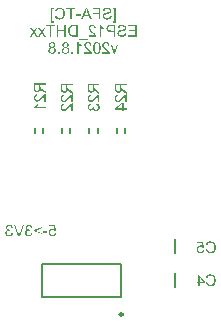
<source format=gbo>
G04*
G04 #@! TF.GenerationSoftware,Altium Limited,Altium Designer,21.6.1 (37)*
G04*
G04 Layer_Color=32896*
%FSLAX24Y24*%
%MOIN*%
G70*
G04*
G04 #@! TF.SameCoordinates,2CDDA2BD-A9AE-4566-A957-8AB6CD1B29DF*
G04*
G04*
G04 #@! TF.FilePolarity,Positive*
G04*
G01*
G75*
%ADD10C,0.0098*%
%ADD12C,0.0079*%
G36*
X4959Y10565D02*
X4813D01*
Y10612D01*
X4959D01*
Y10565D01*
D02*
G37*
G36*
X4280Y10839D02*
X4298Y10837D01*
X4313Y10833D01*
X4320Y10831D01*
X4327Y10829D01*
X4333Y10827D01*
X4339Y10824D01*
X4343Y10823D01*
X4348Y10821D01*
X4350Y10819D01*
X4353Y10818D01*
X4354Y10818D01*
X4355Y10817D01*
X4370Y10808D01*
X4383Y10797D01*
X4394Y10786D01*
X4403Y10775D01*
X4410Y10765D01*
X4413Y10760D01*
X4415Y10756D01*
X4418Y10753D01*
X4419Y10751D01*
X4419Y10750D01*
X4420Y10749D01*
X4428Y10732D01*
X4433Y10714D01*
X4437Y10696D01*
X4440Y10680D01*
X4441Y10673D01*
X4441Y10666D01*
X4442Y10660D01*
Y10655D01*
X4443Y10651D01*
Y10647D01*
Y10645D01*
Y10645D01*
X4441Y10625D01*
X4439Y10605D01*
X4436Y10588D01*
X4434Y10580D01*
X4433Y10573D01*
X4431Y10566D01*
X4429Y10560D01*
X4427Y10554D01*
X4426Y10550D01*
X4424Y10546D01*
X4424Y10544D01*
X4423Y10542D01*
Y10541D01*
X4414Y10525D01*
X4405Y10510D01*
X4395Y10497D01*
X4390Y10492D01*
X4385Y10487D01*
X4381Y10483D01*
X4377Y10479D01*
X4373Y10475D01*
X4369Y10473D01*
X4367Y10471D01*
X4365Y10469D01*
X4364Y10469D01*
X4363Y10468D01*
X4355Y10464D01*
X4348Y10460D01*
X4331Y10454D01*
X4314Y10449D01*
X4298Y10447D01*
X4290Y10445D01*
X4284Y10444D01*
X4278Y10444D01*
X4273D01*
X4268Y10443D01*
X4262D01*
X4251Y10444D01*
X4241Y10445D01*
X4231Y10446D01*
X4221Y10448D01*
X4212Y10451D01*
X4204Y10454D01*
X4196Y10457D01*
X4189Y10460D01*
X4183Y10463D01*
X4177Y10465D01*
X4172Y10468D01*
X4168Y10471D01*
X4165Y10473D01*
X4162Y10474D01*
X4161Y10475D01*
X4161Y10476D01*
X4153Y10483D01*
X4146Y10489D01*
X4140Y10497D01*
X4134Y10505D01*
X4124Y10520D01*
X4116Y10536D01*
X4113Y10543D01*
X4110Y10550D01*
X4108Y10556D01*
X4106Y10561D01*
X4105Y10565D01*
X4103Y10569D01*
X4103Y10571D01*
Y10571D01*
X4154Y10584D01*
X4156Y10575D01*
X4159Y10567D01*
X4162Y10559D01*
X4164Y10552D01*
X4168Y10545D01*
X4171Y10540D01*
X4175Y10534D01*
X4178Y10529D01*
X4181Y10525D01*
X4184Y10521D01*
X4187Y10518D01*
X4189Y10515D01*
X4192Y10514D01*
X4193Y10512D01*
X4194Y10511D01*
X4194Y10511D01*
X4200Y10506D01*
X4206Y10503D01*
X4218Y10497D01*
X4230Y10493D01*
X4242Y10490D01*
X4252Y10488D01*
X4256Y10487D01*
X4259D01*
X4263Y10486D01*
X4267D01*
X4279Y10487D01*
X4292Y10489D01*
X4303Y10492D01*
X4313Y10495D01*
X4320Y10499D01*
X4324Y10500D01*
X4327Y10501D01*
X4329Y10503D01*
X4330Y10504D01*
X4332Y10504D01*
X4332D01*
X4343Y10512D01*
X4352Y10520D01*
X4359Y10530D01*
X4365Y10539D01*
X4370Y10546D01*
X4374Y10553D01*
X4375Y10556D01*
X4376Y10558D01*
X4377Y10559D01*
Y10559D01*
X4381Y10574D01*
X4384Y10588D01*
X4387Y10602D01*
X4389Y10616D01*
X4389Y10622D01*
X4390Y10627D01*
Y10632D01*
X4390Y10636D01*
Y10640D01*
Y10642D01*
Y10644D01*
Y10645D01*
X4390Y10659D01*
X4389Y10672D01*
X4387Y10685D01*
X4384Y10696D01*
X4383Y10705D01*
X4381Y10709D01*
X4380Y10712D01*
X4380Y10715D01*
X4379Y10717D01*
X4379Y10718D01*
Y10718D01*
X4373Y10731D01*
X4367Y10743D01*
X4360Y10752D01*
X4353Y10761D01*
X4347Y10767D01*
X4342Y10772D01*
X4338Y10775D01*
X4338Y10776D01*
X4337D01*
X4325Y10783D01*
X4313Y10788D01*
X4300Y10792D01*
X4289Y10795D01*
X4278Y10796D01*
X4274Y10797D01*
X4270D01*
X4267Y10797D01*
X4263D01*
X4249Y10797D01*
X4236Y10795D01*
X4226Y10791D01*
X4216Y10788D01*
X4209Y10784D01*
X4203Y10781D01*
X4200Y10779D01*
X4199Y10778D01*
X4190Y10770D01*
X4182Y10760D01*
X4175Y10750D01*
X4169Y10740D01*
X4165Y10731D01*
X4163Y10727D01*
X4162Y10723D01*
X4161Y10721D01*
X4160Y10718D01*
X4160Y10717D01*
Y10717D01*
X4110Y10728D01*
X4113Y10738D01*
X4116Y10747D01*
X4121Y10756D01*
X4125Y10764D01*
X4129Y10771D01*
X4134Y10778D01*
X4138Y10785D01*
X4143Y10790D01*
X4147Y10795D01*
X4151Y10799D01*
X4155Y10803D01*
X4158Y10806D01*
X4161Y10808D01*
X4163Y10810D01*
X4164Y10811D01*
X4164Y10811D01*
X4172Y10816D01*
X4180Y10821D01*
X4188Y10825D01*
X4196Y10828D01*
X4213Y10833D01*
X4228Y10837D01*
X4235Y10838D01*
X4241Y10839D01*
X4247Y10839D01*
X4252Y10840D01*
X4256Y10841D01*
X4262D01*
X4280Y10839D01*
D02*
G37*
G36*
X5618Y10450D02*
X5567D01*
Y10624D01*
X5387D01*
Y10670D01*
X5567D01*
Y10788D01*
X5358D01*
Y10834D01*
X5618D01*
Y10450D01*
D02*
G37*
G36*
X5334D02*
X5281D01*
X5239Y10566D01*
X5078D01*
X5033Y10450D01*
X4975D01*
X5132Y10834D01*
X5188D01*
X5334Y10450D01*
D02*
G37*
G36*
X4784Y10788D02*
X4658D01*
Y10450D01*
X4607D01*
Y10788D01*
X4480D01*
Y10834D01*
X4784D01*
Y10788D01*
D02*
G37*
G36*
X5861Y10840D02*
X5873Y10838D01*
X5886Y10836D01*
X5896Y10834D01*
X5904Y10832D01*
X5908Y10831D01*
X5911Y10829D01*
X5913Y10828D01*
X5915Y10828D01*
X5916Y10827D01*
X5917D01*
X5928Y10822D01*
X5938Y10816D01*
X5946Y10809D01*
X5953Y10803D01*
X5958Y10797D01*
X5962Y10793D01*
X5964Y10790D01*
X5965Y10789D01*
Y10788D01*
X5970Y10779D01*
X5974Y10770D01*
X5977Y10760D01*
X5979Y10752D01*
X5980Y10745D01*
X5981Y10739D01*
Y10737D01*
Y10735D01*
Y10735D01*
Y10734D01*
X5980Y10725D01*
X5979Y10716D01*
X5977Y10707D01*
X5974Y10700D01*
X5972Y10695D01*
X5970Y10690D01*
X5968Y10687D01*
X5968Y10686D01*
X5962Y10679D01*
X5955Y10671D01*
X5949Y10665D01*
X5942Y10660D01*
X5937Y10656D01*
X5932Y10653D01*
X5928Y10651D01*
X5928Y10650D01*
X5927D01*
X5923Y10648D01*
X5918Y10646D01*
X5907Y10642D01*
X5894Y10638D01*
X5882Y10634D01*
X5871Y10631D01*
X5866Y10630D01*
X5861Y10629D01*
X5858Y10627D01*
X5855Y10627D01*
X5853Y10626D01*
X5853D01*
X5843Y10624D01*
X5834Y10622D01*
X5827Y10620D01*
X5820Y10618D01*
X5813Y10616D01*
X5808Y10615D01*
X5803Y10614D01*
X5799Y10612D01*
X5795Y10611D01*
X5792Y10610D01*
X5788Y10609D01*
X5785Y10608D01*
X5785Y10607D01*
X5776Y10604D01*
X5769Y10600D01*
X5763Y10596D01*
X5758Y10593D01*
X5755Y10590D01*
X5752Y10587D01*
X5751Y10586D01*
X5750Y10585D01*
X5746Y10580D01*
X5743Y10575D01*
X5742Y10569D01*
X5740Y10565D01*
X5740Y10560D01*
X5739Y10557D01*
Y10554D01*
Y10554D01*
X5740Y10547D01*
X5741Y10541D01*
X5742Y10535D01*
X5745Y10531D01*
X5747Y10526D01*
X5748Y10524D01*
X5750Y10521D01*
X5750Y10521D01*
X5755Y10515D01*
X5760Y10511D01*
X5766Y10507D01*
X5771Y10503D01*
X5776Y10501D01*
X5780Y10499D01*
X5782Y10498D01*
X5783Y10497D01*
X5792Y10494D01*
X5801Y10492D01*
X5810Y10491D01*
X5817Y10490D01*
X5824Y10489D01*
X5829Y10489D01*
X5834D01*
X5847Y10489D01*
X5858Y10490D01*
X5868Y10492D01*
X5877Y10494D01*
X5884Y10496D01*
X5889Y10498D01*
X5891Y10499D01*
X5893Y10499D01*
X5893Y10500D01*
X5894D01*
X5903Y10504D01*
X5911Y10509D01*
X5917Y10514D01*
X5923Y10519D01*
X5927Y10523D01*
X5930Y10527D01*
X5932Y10529D01*
X5932Y10530D01*
X5936Y10537D01*
X5940Y10545D01*
X5942Y10553D01*
X5944Y10560D01*
X5946Y10568D01*
X5947Y10573D01*
Y10575D01*
X5948Y10576D01*
Y10577D01*
Y10577D01*
X5995Y10573D01*
X5994Y10559D01*
X5992Y10546D01*
X5989Y10534D01*
X5985Y10524D01*
X5981Y10515D01*
X5979Y10512D01*
X5978Y10509D01*
X5977Y10507D01*
X5976Y10505D01*
X5975Y10504D01*
Y10504D01*
X5967Y10493D01*
X5958Y10484D01*
X5948Y10476D01*
X5939Y10469D01*
X5932Y10464D01*
X5925Y10461D01*
X5923Y10460D01*
X5921Y10459D01*
X5920Y10458D01*
X5919D01*
X5906Y10453D01*
X5891Y10449D01*
X5877Y10447D01*
X5863Y10445D01*
X5856Y10444D01*
X5851Y10444D01*
X5846D01*
X5841Y10443D01*
X5832D01*
X5817Y10444D01*
X5803Y10445D01*
X5791Y10448D01*
X5780Y10451D01*
X5771Y10453D01*
X5767Y10455D01*
X5764Y10456D01*
X5762Y10457D01*
X5760Y10458D01*
X5759Y10458D01*
X5758D01*
X5747Y10464D01*
X5737Y10471D01*
X5728Y10478D01*
X5721Y10485D01*
X5715Y10490D01*
X5711Y10495D01*
X5709Y10499D01*
X5708Y10499D01*
Y10500D01*
X5702Y10510D01*
X5697Y10520D01*
X5695Y10530D01*
X5692Y10539D01*
X5691Y10546D01*
X5690Y10553D01*
Y10555D01*
Y10556D01*
Y10557D01*
Y10558D01*
X5691Y10569D01*
X5692Y10579D01*
X5695Y10589D01*
X5698Y10596D01*
X5701Y10603D01*
X5704Y10608D01*
X5706Y10611D01*
X5706Y10612D01*
X5713Y10620D01*
X5721Y10628D01*
X5729Y10635D01*
X5737Y10641D01*
X5745Y10645D01*
X5751Y10649D01*
X5753Y10650D01*
X5755Y10651D01*
X5756Y10651D01*
X5756D01*
X5761Y10654D01*
X5766Y10655D01*
X5772Y10657D01*
X5779Y10660D01*
X5793Y10664D01*
X5807Y10667D01*
X5814Y10669D01*
X5820Y10671D01*
X5826Y10672D01*
X5831Y10674D01*
X5835Y10675D01*
X5838Y10675D01*
X5841Y10676D01*
X5841D01*
X5852Y10679D01*
X5862Y10681D01*
X5871Y10683D01*
X5879Y10686D01*
X5886Y10689D01*
X5892Y10691D01*
X5898Y10693D01*
X5903Y10695D01*
X5907Y10697D01*
X5910Y10698D01*
X5912Y10700D01*
X5914Y10701D01*
X5917Y10703D01*
X5918Y10703D01*
X5923Y10709D01*
X5926Y10715D01*
X5929Y10720D01*
X5931Y10726D01*
X5932Y10730D01*
X5932Y10734D01*
Y10736D01*
Y10737D01*
X5931Y10746D01*
X5929Y10754D01*
X5926Y10761D01*
X5922Y10767D01*
X5918Y10771D01*
X5915Y10775D01*
X5913Y10777D01*
X5912Y10778D01*
X5907Y10781D01*
X5903Y10783D01*
X5892Y10788D01*
X5881Y10791D01*
X5870Y10793D01*
X5860Y10794D01*
X5856Y10795D01*
X5852Y10795D01*
X5844D01*
X5829Y10795D01*
X5815Y10792D01*
X5804Y10789D01*
X5795Y10786D01*
X5787Y10782D01*
X5782Y10779D01*
X5779Y10777D01*
X5778Y10776D01*
X5770Y10768D01*
X5764Y10760D01*
X5759Y10751D01*
X5756Y10742D01*
X5753Y10734D01*
X5752Y10728D01*
X5751Y10725D01*
X5751Y10723D01*
Y10722D01*
Y10722D01*
X5702Y10726D01*
X5703Y10738D01*
X5706Y10749D01*
X5709Y10760D01*
X5712Y10768D01*
X5716Y10776D01*
X5719Y10781D01*
X5720Y10783D01*
X5721Y10785D01*
X5721Y10785D01*
Y10786D01*
X5728Y10795D01*
X5736Y10803D01*
X5745Y10811D01*
X5753Y10816D01*
X5760Y10821D01*
X5766Y10824D01*
X5768Y10825D01*
X5770Y10826D01*
X5771Y10827D01*
X5771D01*
X5783Y10831D01*
X5797Y10834D01*
X5809Y10837D01*
X5821Y10839D01*
X5831Y10840D01*
X5835D01*
X5839Y10841D01*
X5846D01*
X5861Y10840D01*
D02*
G37*
G36*
X6133Y10343D02*
X6029D01*
Y10382D01*
X6085D01*
Y10795D01*
X6029D01*
Y10834D01*
X6133D01*
Y10343D01*
D02*
G37*
G36*
X4071Y10795D02*
X4015D01*
Y10382D01*
X4071D01*
Y10343D01*
X3967D01*
Y10834D01*
X4071D01*
Y10795D01*
D02*
G37*
G36*
X5362Y10261D02*
X5371Y10260D01*
X5380Y10259D01*
X5389Y10257D01*
X5396Y10255D01*
X5404Y10253D01*
X5410Y10250D01*
X5416Y10247D01*
X5422Y10244D01*
X5426Y10242D01*
X5430Y10239D01*
X5434Y10237D01*
X5436Y10235D01*
X5438Y10234D01*
X5439Y10233D01*
X5440Y10233D01*
X5445Y10227D01*
X5450Y10221D01*
X5455Y10214D01*
X5459Y10208D01*
X5466Y10194D01*
X5470Y10181D01*
X5472Y10175D01*
X5473Y10169D01*
X5475Y10164D01*
X5476Y10159D01*
X5476Y10155D01*
Y10153D01*
X5477Y10151D01*
Y10150D01*
X5429Y10145D01*
X5427Y10158D01*
X5425Y10169D01*
X5422Y10179D01*
X5418Y10187D01*
X5415Y10194D01*
X5411Y10198D01*
X5409Y10201D01*
X5408Y10202D01*
X5400Y10209D01*
X5391Y10214D01*
X5381Y10218D01*
X5373Y10220D01*
X5365Y10222D01*
X5359Y10222D01*
X5356Y10223D01*
X5353D01*
X5341Y10222D01*
X5331Y10220D01*
X5322Y10217D01*
X5314Y10213D01*
X5308Y10209D01*
X5304Y10207D01*
X5301Y10204D01*
X5300Y10203D01*
X5294Y10195D01*
X5289Y10188D01*
X5285Y10180D01*
X5283Y10172D01*
X5281Y10166D01*
X5280Y10160D01*
X5280Y10157D01*
Y10157D01*
Y10156D01*
X5281Y10146D01*
X5283Y10136D01*
X5287Y10126D01*
X5291Y10117D01*
X5295Y10110D01*
X5299Y10104D01*
X5300Y10102D01*
X5301Y10100D01*
X5303Y10099D01*
Y10099D01*
X5307Y10093D01*
X5313Y10087D01*
X5319Y10080D01*
X5325Y10073D01*
X5339Y10060D01*
X5353Y10047D01*
X5360Y10041D01*
X5366Y10035D01*
X5372Y10030D01*
X5377Y10026D01*
X5381Y10022D01*
X5385Y10020D01*
X5387Y10018D01*
X5387Y10017D01*
X5401Y10006D01*
X5414Y9995D01*
X5425Y9985D01*
X5433Y9976D01*
X5440Y9969D01*
X5445Y9964D01*
X5448Y9961D01*
X5449Y9960D01*
Y9960D01*
X5457Y9950D01*
X5463Y9941D01*
X5468Y9932D01*
X5473Y9925D01*
X5476Y9918D01*
X5478Y9913D01*
X5480Y9910D01*
X5480Y9909D01*
Y9908D01*
X5482Y9902D01*
X5483Y9897D01*
X5485Y9891D01*
X5485Y9886D01*
X5486Y9882D01*
Y9879D01*
Y9876D01*
Y9876D01*
X5231D01*
Y9921D01*
X5420D01*
X5414Y9931D01*
X5410Y9935D01*
X5407Y9938D01*
X5405Y9942D01*
X5402Y9944D01*
X5401Y9946D01*
X5400Y9946D01*
X5397Y9949D01*
X5394Y9952D01*
X5386Y9959D01*
X5377Y9967D01*
X5368Y9976D01*
X5359Y9983D01*
X5355Y9986D01*
X5352Y9990D01*
X5349Y9992D01*
X5347Y9993D01*
X5346Y9995D01*
X5345Y9995D01*
X5336Y10003D01*
X5328Y10010D01*
X5320Y10017D01*
X5313Y10023D01*
X5306Y10029D01*
X5300Y10035D01*
X5295Y10040D01*
X5290Y10044D01*
X5286Y10049D01*
X5283Y10052D01*
X5280Y10055D01*
X5277Y10058D01*
X5274Y10061D01*
X5273Y10062D01*
X5265Y10072D01*
X5259Y10080D01*
X5253Y10088D01*
X5249Y10095D01*
X5245Y10101D01*
X5243Y10106D01*
X5242Y10108D01*
X5241Y10109D01*
X5238Y10118D01*
X5236Y10126D01*
X5234Y10134D01*
X5233Y10140D01*
X5232Y10147D01*
X5231Y10151D01*
Y10154D01*
Y10155D01*
X5232Y10163D01*
X5233Y10171D01*
X5234Y10179D01*
X5236Y10185D01*
X5242Y10199D01*
X5248Y10209D01*
X5251Y10214D01*
X5254Y10218D01*
X5256Y10222D01*
X5259Y10225D01*
X5261Y10227D01*
X5263Y10229D01*
X5264Y10230D01*
X5264Y10230D01*
X5270Y10236D01*
X5277Y10241D01*
X5284Y10245D01*
X5291Y10248D01*
X5306Y10254D01*
X5320Y10258D01*
X5326Y10259D01*
X5332Y10260D01*
X5338Y10260D01*
X5342Y10261D01*
X5346Y10261D01*
X5352D01*
X5362Y10261D01*
D02*
G37*
G36*
X5636Y10252D02*
X5642Y10243D01*
X5649Y10234D01*
X5656Y10227D01*
X5663Y10220D01*
X5668Y10214D01*
X5670Y10213D01*
X5672Y10211D01*
X5672Y10210D01*
X5673Y10210D01*
X5684Y10200D01*
X5696Y10192D01*
X5707Y10184D01*
X5718Y10178D01*
X5728Y10172D01*
X5732Y10170D01*
X5735Y10168D01*
X5738Y10167D01*
X5740Y10166D01*
X5741Y10165D01*
X5742D01*
Y10119D01*
X5733Y10123D01*
X5725Y10127D01*
X5717Y10130D01*
X5709Y10134D01*
X5702Y10138D01*
X5697Y10140D01*
X5693Y10143D01*
X5693Y10143D01*
X5692D01*
X5682Y10149D01*
X5673Y10155D01*
X5665Y10161D01*
X5659Y10166D01*
X5654Y10170D01*
X5651Y10173D01*
X5648Y10175D01*
X5647Y10176D01*
Y9876D01*
X5600D01*
Y10261D01*
X5631D01*
X5636Y10252D01*
D02*
G37*
G36*
X4473Y9876D02*
X4422D01*
Y10057D01*
X4224D01*
Y9876D01*
X4173D01*
Y10260D01*
X4224D01*
Y10102D01*
X4422D01*
Y10260D01*
X4473D01*
Y9876D01*
D02*
G37*
G36*
X3696Y10020D02*
X3798Y9876D01*
X3741D01*
X3666Y9982D01*
X3653Y9962D01*
X3595Y9876D01*
X3537D01*
X3639Y10020D01*
X3544Y10154D01*
X3601D01*
X3648Y10088D01*
X3655Y10078D01*
X3659Y10073D01*
X3662Y10068D01*
X3665Y10064D01*
X3667Y10061D01*
X3669Y10058D01*
X3669Y10058D01*
X3672Y10063D01*
X3675Y10068D01*
X3679Y10073D01*
X3681Y10078D01*
X3684Y10082D01*
X3686Y10086D01*
X3688Y10088D01*
X3689Y10088D01*
X3732Y10154D01*
X3790D01*
X3696Y10020D01*
D02*
G37*
G36*
X3428D02*
X3529Y9876D01*
X3472D01*
X3397Y9982D01*
X3384Y9962D01*
X3326Y9876D01*
X3268D01*
X3370Y10020D01*
X3275Y10154D01*
X3332D01*
X3379Y10088D01*
X3387Y10078D01*
X3390Y10073D01*
X3393Y10068D01*
X3396Y10064D01*
X3398Y10061D01*
X3400Y10058D01*
X3401Y10058D01*
X3403Y10063D01*
X3407Y10068D01*
X3410Y10073D01*
X3413Y10078D01*
X3416Y10082D01*
X3418Y10086D01*
X3419Y10088D01*
X3420Y10088D01*
X3464Y10154D01*
X3522D01*
X3428Y10020D01*
D02*
G37*
G36*
X6832Y9876D02*
X6545D01*
Y9921D01*
X6780D01*
Y10052D01*
X6568D01*
Y10097D01*
X6780D01*
Y10214D01*
X6554D01*
Y10260D01*
X6832D01*
Y9876D01*
D02*
G37*
G36*
X6116D02*
X6065D01*
Y10032D01*
X5967D01*
X5952Y10032D01*
X5939Y10033D01*
X5926Y10035D01*
X5915Y10037D01*
X5905Y10039D01*
X5896Y10042D01*
X5888Y10046D01*
X5880Y10049D01*
X5874Y10052D01*
X5869Y10055D01*
X5864Y10058D01*
X5861Y10061D01*
X5858Y10062D01*
X5856Y10064D01*
X5855Y10065D01*
X5855Y10066D01*
X5849Y10072D01*
X5844Y10079D01*
X5840Y10086D01*
X5836Y10093D01*
X5833Y10100D01*
X5831Y10107D01*
X5827Y10119D01*
X5826Y10126D01*
X5825Y10131D01*
X5824Y10136D01*
X5824Y10140D01*
X5823Y10144D01*
Y10146D01*
Y10148D01*
Y10148D01*
X5824Y10159D01*
X5825Y10169D01*
X5827Y10178D01*
X5829Y10185D01*
X5831Y10192D01*
X5833Y10197D01*
X5834Y10200D01*
X5835Y10201D01*
X5839Y10209D01*
X5845Y10217D01*
X5850Y10223D01*
X5855Y10228D01*
X5859Y10232D01*
X5863Y10235D01*
X5865Y10237D01*
X5866Y10238D01*
X5873Y10242D01*
X5881Y10246D01*
X5889Y10249D01*
X5896Y10252D01*
X5903Y10254D01*
X5908Y10255D01*
X5912Y10256D01*
X5913D01*
X5921Y10257D01*
X5931Y10258D01*
X5941Y10259D01*
X5950Y10259D01*
X5959Y10260D01*
X6116D01*
Y9876D01*
D02*
G37*
G36*
X4862D02*
X4724D01*
X4711Y9876D01*
X4700Y9877D01*
X4689Y9878D01*
X4680Y9879D01*
X4673Y9880D01*
X4667Y9881D01*
X4665Y9881D01*
X4664Y9882D01*
X4663D01*
X4653Y9885D01*
X4644Y9888D01*
X4636Y9891D01*
X4629Y9894D01*
X4624Y9897D01*
X4620Y9899D01*
X4618Y9901D01*
X4617Y9901D01*
X4609Y9906D01*
X4603Y9912D01*
X4597Y9918D01*
X4592Y9923D01*
X4588Y9928D01*
X4584Y9932D01*
X4582Y9935D01*
X4582Y9936D01*
X4576Y9945D01*
X4570Y9955D01*
X4566Y9963D01*
X4563Y9972D01*
X4559Y9980D01*
X4557Y9986D01*
X4557Y9988D01*
X4556Y9990D01*
X4555Y9991D01*
Y9992D01*
X4552Y10005D01*
X4549Y10018D01*
X4548Y10031D01*
X4546Y10043D01*
X4545Y10054D01*
Y10058D01*
X4545Y10062D01*
Y10065D01*
Y10068D01*
Y10069D01*
Y10069D01*
X4545Y10088D01*
X4547Y10106D01*
X4550Y10121D01*
X4551Y10128D01*
X4553Y10134D01*
X4554Y10140D01*
X4555Y10145D01*
X4557Y10150D01*
X4558Y10154D01*
X4559Y10157D01*
X4560Y10159D01*
X4560Y10160D01*
Y10161D01*
X4567Y10175D01*
X4574Y10188D01*
X4582Y10199D01*
X4589Y10209D01*
X4595Y10217D01*
X4601Y10222D01*
X4603Y10224D01*
X4605Y10225D01*
X4605Y10226D01*
X4606Y10227D01*
X4615Y10234D01*
X4624Y10239D01*
X4634Y10244D01*
X4643Y10248D01*
X4650Y10251D01*
X4657Y10253D01*
X4659Y10254D01*
X4660D01*
X4661Y10254D01*
X4662D01*
X4671Y10256D01*
X4683Y10258D01*
X4694Y10259D01*
X4705Y10259D01*
X4715Y10260D01*
X4862D01*
Y9876D01*
D02*
G37*
G36*
X4116Y10214D02*
X3990D01*
Y9876D01*
X3939D01*
Y10214D01*
X3812D01*
Y10260D01*
X4116D01*
Y10214D01*
D02*
G37*
G36*
X6356Y10266D02*
X6369Y10264D01*
X6381Y10262D01*
X6392Y10260D01*
X6400Y10258D01*
X6404Y10256D01*
X6407Y10255D01*
X6409Y10254D01*
X6411Y10254D01*
X6412Y10253D01*
X6413D01*
X6424Y10248D01*
X6434Y10242D01*
X6442Y10235D01*
X6449Y10229D01*
X6454Y10223D01*
X6457Y10219D01*
X6460Y10215D01*
X6461Y10215D01*
Y10214D01*
X6466Y10205D01*
X6470Y10195D01*
X6473Y10186D01*
X6475Y10178D01*
X6476Y10170D01*
X6477Y10165D01*
Y10163D01*
Y10161D01*
Y10160D01*
Y10160D01*
X6476Y10150D01*
X6475Y10142D01*
X6472Y10133D01*
X6470Y10126D01*
X6468Y10121D01*
X6466Y10116D01*
X6464Y10113D01*
X6464Y10112D01*
X6458Y10104D01*
X6451Y10097D01*
X6445Y10091D01*
X6438Y10086D01*
X6432Y10082D01*
X6428Y10079D01*
X6424Y10077D01*
X6424Y10076D01*
X6423D01*
X6419Y10074D01*
X6414Y10072D01*
X6403Y10068D01*
X6390Y10064D01*
X6378Y10060D01*
X6366Y10057D01*
X6361Y10056D01*
X6357Y10054D01*
X6354Y10053D01*
X6351Y10053D01*
X6349Y10052D01*
X6349D01*
X6339Y10050D01*
X6330Y10048D01*
X6323Y10046D01*
X6316Y10044D01*
X6309Y10042D01*
X6304Y10041D01*
X6299Y10039D01*
X6295Y10038D01*
X6291Y10037D01*
X6288Y10036D01*
X6284Y10034D01*
X6281Y10034D01*
X6280Y10033D01*
X6272Y10030D01*
X6265Y10026D01*
X6259Y10022D01*
X6254Y10019D01*
X6250Y10016D01*
X6248Y10013D01*
X6247Y10012D01*
X6246Y10011D01*
X6242Y10006D01*
X6239Y10001D01*
X6238Y9995D01*
X6236Y9991D01*
X6235Y9986D01*
X6235Y9983D01*
Y9980D01*
Y9980D01*
X6235Y9973D01*
X6237Y9967D01*
X6238Y9961D01*
X6240Y9957D01*
X6243Y9952D01*
X6244Y9950D01*
X6245Y9947D01*
X6246Y9947D01*
X6250Y9941D01*
X6256Y9937D01*
X6262Y9933D01*
X6267Y9929D01*
X6272Y9927D01*
X6275Y9925D01*
X6278Y9923D01*
X6279Y9923D01*
X6288Y9920D01*
X6297Y9918D01*
X6305Y9917D01*
X6313Y9916D01*
X6320Y9915D01*
X6325Y9915D01*
X6330D01*
X6343Y9915D01*
X6354Y9916D01*
X6364Y9918D01*
X6373Y9920D01*
X6380Y9922D01*
X6385Y9924D01*
X6387Y9925D01*
X6389Y9925D01*
X6389Y9926D01*
X6390D01*
X6399Y9930D01*
X6407Y9935D01*
X6413Y9940D01*
X6419Y9945D01*
X6423Y9949D01*
X6426Y9953D01*
X6428Y9955D01*
X6428Y9956D01*
X6432Y9963D01*
X6436Y9971D01*
X6438Y9979D01*
X6440Y9986D01*
X6442Y9993D01*
X6443Y9998D01*
Y10001D01*
X6444Y10002D01*
Y10003D01*
Y10003D01*
X6491Y9999D01*
X6490Y9985D01*
X6488Y9972D01*
X6485Y9960D01*
X6481Y9950D01*
X6477Y9941D01*
X6475Y9938D01*
X6474Y9935D01*
X6472Y9933D01*
X6472Y9931D01*
X6471Y9930D01*
Y9930D01*
X6462Y9919D01*
X6454Y9910D01*
X6444Y9902D01*
X6435Y9895D01*
X6428Y9890D01*
X6421Y9887D01*
X6419Y9886D01*
X6417Y9885D01*
X6416Y9884D01*
X6415D01*
X6401Y9879D01*
X6387Y9875D01*
X6373Y9873D01*
X6359Y9871D01*
X6352Y9870D01*
X6346Y9870D01*
X6341D01*
X6337Y9869D01*
X6328D01*
X6313Y9870D01*
X6299Y9871D01*
X6287Y9874D01*
X6276Y9877D01*
X6267Y9879D01*
X6263Y9881D01*
X6260Y9882D01*
X6258Y9883D01*
X6256Y9884D01*
X6255Y9884D01*
X6254D01*
X6243Y9890D01*
X6233Y9897D01*
X6224Y9904D01*
X6217Y9911D01*
X6211Y9916D01*
X6207Y9921D01*
X6204Y9925D01*
X6204Y9925D01*
Y9926D01*
X6198Y9936D01*
X6193Y9946D01*
X6191Y9956D01*
X6188Y9965D01*
X6187Y9972D01*
X6186Y9978D01*
Y9981D01*
Y9982D01*
Y9983D01*
Y9983D01*
X6187Y9995D01*
X6188Y10005D01*
X6191Y10015D01*
X6194Y10022D01*
X6197Y10029D01*
X6199Y10034D01*
X6202Y10037D01*
X6202Y10038D01*
X6209Y10046D01*
X6217Y10054D01*
X6225Y10061D01*
X6233Y10067D01*
X6240Y10071D01*
X6247Y10074D01*
X6249Y10076D01*
X6250Y10077D01*
X6252Y10077D01*
X6252D01*
X6257Y10079D01*
X6262Y10081D01*
X6268Y10083D01*
X6275Y10086D01*
X6289Y10089D01*
X6303Y10093D01*
X6310Y10095D01*
X6316Y10097D01*
X6322Y10098D01*
X6327Y10099D01*
X6331Y10101D01*
X6334Y10101D01*
X6336Y10102D01*
X6337D01*
X6348Y10104D01*
X6358Y10107D01*
X6367Y10109D01*
X6375Y10112D01*
X6382Y10114D01*
X6388Y10117D01*
X6394Y10119D01*
X6399Y10121D01*
X6403Y10123D01*
X6406Y10124D01*
X6408Y10126D01*
X6410Y10127D01*
X6413Y10129D01*
X6414Y10129D01*
X6419Y10135D01*
X6422Y10140D01*
X6425Y10146D01*
X6426Y10152D01*
X6428Y10156D01*
X6428Y10160D01*
Y10162D01*
Y10163D01*
X6427Y10172D01*
X6425Y10180D01*
X6421Y10187D01*
X6418Y10193D01*
X6414Y10197D01*
X6411Y10201D01*
X6409Y10203D01*
X6408Y10204D01*
X6403Y10207D01*
X6399Y10209D01*
X6388Y10214D01*
X6377Y10217D01*
X6366Y10219D01*
X6356Y10220D01*
X6351Y10220D01*
X6348Y10221D01*
X6340D01*
X6325Y10220D01*
X6311Y10218D01*
X6300Y10215D01*
X6290Y10212D01*
X6283Y10208D01*
X6278Y10205D01*
X6275Y10203D01*
X6274Y10202D01*
X6266Y10194D01*
X6260Y10186D01*
X6255Y10177D01*
X6252Y10168D01*
X6249Y10160D01*
X6248Y10154D01*
X6247Y10151D01*
X6247Y10149D01*
Y10148D01*
Y10148D01*
X6198Y10152D01*
X6199Y10164D01*
X6202Y10175D01*
X6204Y10185D01*
X6208Y10194D01*
X6212Y10202D01*
X6214Y10207D01*
X6216Y10209D01*
X6217Y10210D01*
X6217Y10211D01*
Y10212D01*
X6224Y10221D01*
X6232Y10229D01*
X6240Y10237D01*
X6249Y10242D01*
X6256Y10247D01*
X6262Y10250D01*
X6264Y10251D01*
X6265Y10252D01*
X6267Y10253D01*
X6267D01*
X6279Y10257D01*
X6293Y10260D01*
X6305Y10263D01*
X6317Y10265D01*
X6327Y10266D01*
X6331D01*
X6335Y10266D01*
X6342D01*
X6356Y10266D01*
D02*
G37*
G36*
X5211Y9769D02*
X4898D01*
Y9803D01*
X5211D01*
Y9769D01*
D02*
G37*
G36*
X5813Y9692D02*
X5822Y9691D01*
X5831Y9690D01*
X5839Y9688D01*
X5847Y9686D01*
X5854Y9684D01*
X5861Y9681D01*
X5867Y9678D01*
X5873Y9675D01*
X5877Y9672D01*
X5881Y9670D01*
X5884Y9668D01*
X5887Y9666D01*
X5889Y9665D01*
X5890Y9664D01*
X5890Y9664D01*
X5896Y9658D01*
X5901Y9652D01*
X5906Y9645D01*
X5910Y9639D01*
X5916Y9625D01*
X5921Y9612D01*
X5922Y9606D01*
X5924Y9600D01*
X5925Y9595D01*
X5926Y9590D01*
X5927Y9586D01*
Y9584D01*
X5927Y9582D01*
Y9581D01*
X5879Y9576D01*
X5878Y9589D01*
X5876Y9600D01*
X5873Y9610D01*
X5869Y9618D01*
X5865Y9625D01*
X5862Y9629D01*
X5860Y9632D01*
X5859Y9633D01*
X5850Y9640D01*
X5841Y9645D01*
X5832Y9649D01*
X5824Y9651D01*
X5816Y9652D01*
X5809Y9653D01*
X5807Y9654D01*
X5804D01*
X5792Y9653D01*
X5781Y9651D01*
X5773Y9647D01*
X5765Y9644D01*
X5759Y9640D01*
X5755Y9637D01*
X5752Y9635D01*
X5751Y9634D01*
X5744Y9626D01*
X5739Y9619D01*
X5735Y9611D01*
X5733Y9603D01*
X5732Y9597D01*
X5731Y9591D01*
X5730Y9588D01*
Y9587D01*
Y9587D01*
X5732Y9577D01*
X5734Y9566D01*
X5738Y9557D01*
X5742Y9548D01*
X5746Y9541D01*
X5750Y9535D01*
X5751Y9533D01*
X5752Y9531D01*
X5753Y9530D01*
Y9530D01*
X5758Y9524D01*
X5763Y9518D01*
X5769Y9511D01*
X5776Y9504D01*
X5790Y9491D01*
X5804Y9478D01*
X5811Y9471D01*
X5817Y9466D01*
X5823Y9461D01*
X5828Y9457D01*
X5832Y9453D01*
X5835Y9450D01*
X5838Y9449D01*
X5838Y9448D01*
X5852Y9437D01*
X5865Y9425D01*
X5875Y9415D01*
X5884Y9407D01*
X5891Y9400D01*
X5896Y9395D01*
X5899Y9392D01*
X5900Y9391D01*
Y9390D01*
X5907Y9381D01*
X5914Y9372D01*
X5919Y9363D01*
X5924Y9355D01*
X5927Y9349D01*
X5929Y9344D01*
X5930Y9341D01*
X5931Y9340D01*
Y9339D01*
X5933Y9333D01*
X5934Y9328D01*
X5935Y9322D01*
X5936Y9317D01*
X5936Y9313D01*
Y9309D01*
Y9307D01*
Y9307D01*
X5682D01*
Y9352D01*
X5871D01*
X5864Y9362D01*
X5861Y9365D01*
X5858Y9369D01*
X5855Y9373D01*
X5853Y9375D01*
X5851Y9377D01*
X5851Y9377D01*
X5848Y9380D01*
X5845Y9383D01*
X5837Y9390D01*
X5828Y9398D01*
X5819Y9407D01*
X5810Y9414D01*
X5806Y9417D01*
X5803Y9420D01*
X5800Y9423D01*
X5798Y9424D01*
X5796Y9425D01*
X5796Y9426D01*
X5787Y9434D01*
X5778Y9441D01*
X5770Y9448D01*
X5763Y9454D01*
X5757Y9460D01*
X5751Y9466D01*
X5745Y9471D01*
X5741Y9475D01*
X5737Y9480D01*
X5733Y9483D01*
X5730Y9486D01*
X5728Y9489D01*
X5725Y9492D01*
X5724Y9493D01*
X5716Y9503D01*
X5709Y9511D01*
X5704Y9519D01*
X5699Y9526D01*
X5696Y9532D01*
X5694Y9536D01*
X5693Y9539D01*
X5692Y9540D01*
X5689Y9549D01*
X5687Y9557D01*
X5684Y9565D01*
X5683Y9571D01*
X5683Y9578D01*
X5682Y9582D01*
Y9585D01*
Y9586D01*
X5683Y9594D01*
X5684Y9602D01*
X5685Y9610D01*
X5687Y9616D01*
X5693Y9630D01*
X5698Y9640D01*
X5702Y9645D01*
X5704Y9649D01*
X5707Y9653D01*
X5710Y9656D01*
X5712Y9658D01*
X5713Y9660D01*
X5714Y9661D01*
X5715Y9661D01*
X5721Y9667D01*
X5728Y9672D01*
X5735Y9676D01*
X5742Y9679D01*
X5757Y9685D01*
X5771Y9689D01*
X5777Y9690D01*
X5783Y9691D01*
X5789Y9691D01*
X5793Y9692D01*
X5797Y9692D01*
X5803D01*
X5813Y9692D01*
D02*
G37*
G36*
X5215D02*
X5225Y9691D01*
X5234Y9690D01*
X5242Y9688D01*
X5250Y9686D01*
X5257Y9684D01*
X5264Y9681D01*
X5270Y9678D01*
X5275Y9675D01*
X5280Y9672D01*
X5284Y9670D01*
X5287Y9668D01*
X5290Y9666D01*
X5291Y9665D01*
X5293Y9664D01*
X5293Y9664D01*
X5299Y9658D01*
X5304Y9652D01*
X5309Y9645D01*
X5313Y9639D01*
X5319Y9625D01*
X5324Y9612D01*
X5325Y9606D01*
X5327Y9600D01*
X5328Y9595D01*
X5329Y9590D01*
X5330Y9586D01*
Y9584D01*
X5330Y9582D01*
Y9581D01*
X5282Y9576D01*
X5281Y9589D01*
X5279Y9600D01*
X5275Y9610D01*
X5271Y9618D01*
X5268Y9625D01*
X5265Y9629D01*
X5263Y9632D01*
X5261Y9633D01*
X5253Y9640D01*
X5244Y9645D01*
X5235Y9649D01*
X5226Y9651D01*
X5219Y9652D01*
X5212Y9653D01*
X5210Y9654D01*
X5207D01*
X5195Y9653D01*
X5184Y9651D01*
X5175Y9647D01*
X5168Y9644D01*
X5162Y9640D01*
X5158Y9637D01*
X5155Y9635D01*
X5154Y9634D01*
X5147Y9626D01*
X5142Y9619D01*
X5138Y9611D01*
X5136Y9603D01*
X5134Y9597D01*
X5134Y9591D01*
X5133Y9588D01*
Y9587D01*
Y9587D01*
X5134Y9577D01*
X5137Y9566D01*
X5140Y9557D01*
X5144Y9548D01*
X5149Y9541D01*
X5153Y9535D01*
X5154Y9533D01*
X5155Y9531D01*
X5156Y9530D01*
Y9530D01*
X5160Y9524D01*
X5166Y9518D01*
X5172Y9511D01*
X5179Y9504D01*
X5193Y9491D01*
X5207Y9478D01*
X5214Y9471D01*
X5220Y9466D01*
X5226Y9461D01*
X5231Y9457D01*
X5235Y9453D01*
X5238Y9450D01*
X5240Y9449D01*
X5241Y9448D01*
X5255Y9437D01*
X5268Y9425D01*
X5278Y9415D01*
X5286Y9407D01*
X5294Y9400D01*
X5299Y9395D01*
X5301Y9392D01*
X5303Y9391D01*
Y9390D01*
X5310Y9381D01*
X5316Y9372D01*
X5322Y9363D01*
X5326Y9355D01*
X5330Y9349D01*
X5332Y9344D01*
X5333Y9341D01*
X5334Y9340D01*
Y9339D01*
X5336Y9333D01*
X5337Y9328D01*
X5338Y9322D01*
X5339Y9317D01*
X5339Y9313D01*
Y9309D01*
Y9307D01*
Y9307D01*
X5084D01*
Y9352D01*
X5274D01*
X5267Y9362D01*
X5264Y9365D01*
X5261Y9369D01*
X5258Y9373D01*
X5256Y9375D01*
X5254Y9377D01*
X5254Y9377D01*
X5251Y9380D01*
X5248Y9383D01*
X5240Y9390D01*
X5231Y9398D01*
X5221Y9407D01*
X5213Y9414D01*
X5209Y9417D01*
X5205Y9420D01*
X5203Y9423D01*
X5200Y9424D01*
X5199Y9425D01*
X5199Y9426D01*
X5190Y9434D01*
X5181Y9441D01*
X5173Y9448D01*
X5166Y9454D01*
X5159Y9460D01*
X5154Y9466D01*
X5148Y9471D01*
X5144Y9475D01*
X5139Y9480D01*
X5136Y9483D01*
X5133Y9486D01*
X5130Y9489D01*
X5128Y9492D01*
X5127Y9493D01*
X5119Y9503D01*
X5112Y9511D01*
X5107Y9519D01*
X5102Y9526D01*
X5099Y9532D01*
X5097Y9536D01*
X5096Y9539D01*
X5095Y9540D01*
X5092Y9549D01*
X5089Y9557D01*
X5087Y9565D01*
X5086Y9571D01*
X5086Y9578D01*
X5085Y9582D01*
Y9585D01*
Y9586D01*
X5086Y9594D01*
X5087Y9602D01*
X5088Y9610D01*
X5090Y9616D01*
X5096Y9630D01*
X5101Y9640D01*
X5104Y9645D01*
X5107Y9649D01*
X5110Y9653D01*
X5113Y9656D01*
X5115Y9658D01*
X5116Y9660D01*
X5117Y9661D01*
X5118Y9661D01*
X5124Y9667D01*
X5130Y9672D01*
X5138Y9676D01*
X5145Y9679D01*
X5159Y9685D01*
X5174Y9689D01*
X5180Y9690D01*
X5186Y9691D01*
X5192Y9691D01*
X5196Y9692D01*
X5200Y9692D01*
X5205D01*
X5215Y9692D01*
D02*
G37*
G36*
X4892Y9683D02*
X4898Y9674D01*
X4906Y9665D01*
X4912Y9657D01*
X4919Y9651D01*
X4924Y9645D01*
X4926Y9644D01*
X4928Y9642D01*
X4928Y9641D01*
X4929Y9641D01*
X4941Y9631D01*
X4952Y9622D01*
X4963Y9615D01*
X4975Y9609D01*
X4984Y9603D01*
X4988Y9601D01*
X4991Y9599D01*
X4994Y9597D01*
X4996Y9597D01*
X4997Y9596D01*
X4998D01*
Y9550D01*
X4990Y9554D01*
X4981Y9558D01*
X4973Y9561D01*
X4965Y9565D01*
X4958Y9569D01*
X4953Y9571D01*
X4950Y9574D01*
X4949Y9574D01*
X4948D01*
X4938Y9580D01*
X4930Y9586D01*
X4922Y9592D01*
X4916Y9597D01*
X4910Y9601D01*
X4907Y9604D01*
X4904Y9606D01*
X4903Y9607D01*
Y9307D01*
X4856D01*
Y9692D01*
X4887D01*
X4892Y9683D01*
D02*
G37*
G36*
X6109Y9307D02*
X6065D01*
X5959Y9585D01*
X6007D01*
X6069Y9415D01*
X6073Y9404D01*
X6077Y9394D01*
X6080Y9384D01*
X6082Y9377D01*
X6084Y9370D01*
X6086Y9366D01*
X6086Y9363D01*
X6087Y9362D01*
X6090Y9373D01*
X6093Y9383D01*
X6096Y9393D01*
X6099Y9401D01*
X6101Y9408D01*
X6103Y9414D01*
X6103Y9415D01*
X6104Y9417D01*
X6105Y9418D01*
Y9418D01*
X6164Y9585D01*
X6214D01*
X6109Y9307D01*
D02*
G37*
G36*
X4709D02*
X4655D01*
Y9360D01*
X4709D01*
Y9307D01*
D02*
G37*
G36*
X4261D02*
X4207D01*
Y9360D01*
X4261D01*
Y9307D01*
D02*
G37*
G36*
X5521Y9691D02*
X5535Y9689D01*
X5546Y9685D01*
X5556Y9681D01*
X5564Y9677D01*
X5568Y9675D01*
X5571Y9673D01*
X5573Y9672D01*
X5574Y9671D01*
X5575Y9670D01*
X5576D01*
X5586Y9661D01*
X5594Y9650D01*
X5601Y9640D01*
X5607Y9630D01*
X5611Y9620D01*
X5613Y9616D01*
X5614Y9612D01*
X5616Y9610D01*
X5617Y9607D01*
X5617Y9606D01*
Y9606D01*
X5619Y9597D01*
X5622Y9589D01*
X5625Y9571D01*
X5628Y9553D01*
X5629Y9535D01*
X5630Y9527D01*
X5631Y9520D01*
Y9513D01*
X5631Y9507D01*
Y9503D01*
Y9499D01*
Y9496D01*
Y9496D01*
X5631Y9476D01*
X5629Y9458D01*
X5628Y9442D01*
X5625Y9426D01*
X5622Y9412D01*
X5619Y9399D01*
X5616Y9387D01*
X5612Y9377D01*
X5609Y9368D01*
X5605Y9360D01*
X5602Y9354D01*
X5599Y9349D01*
X5597Y9344D01*
X5595Y9342D01*
X5594Y9340D01*
X5593Y9339D01*
X5587Y9333D01*
X5581Y9327D01*
X5573Y9321D01*
X5566Y9317D01*
X5559Y9313D01*
X5552Y9309D01*
X5545Y9307D01*
X5538Y9305D01*
X5531Y9303D01*
X5525Y9302D01*
X5520Y9301D01*
X5515Y9301D01*
X5511Y9300D01*
X5506D01*
X5491Y9301D01*
X5477Y9303D01*
X5465Y9307D01*
X5455Y9311D01*
X5447Y9315D01*
X5444Y9317D01*
X5441Y9319D01*
X5439Y9320D01*
X5437Y9321D01*
X5437Y9322D01*
X5436D01*
X5426Y9332D01*
X5418Y9342D01*
X5411Y9353D01*
X5405Y9363D01*
X5401Y9372D01*
X5399Y9376D01*
X5397Y9380D01*
X5396Y9383D01*
X5395Y9385D01*
X5395Y9386D01*
Y9387D01*
X5392Y9395D01*
X5390Y9403D01*
X5386Y9421D01*
X5384Y9439D01*
X5382Y9457D01*
X5381Y9465D01*
X5381Y9472D01*
Y9479D01*
X5380Y9485D01*
Y9489D01*
Y9493D01*
Y9495D01*
Y9496D01*
Y9506D01*
X5381Y9516D01*
Y9525D01*
X5381Y9534D01*
X5382Y9542D01*
X5383Y9550D01*
X5384Y9556D01*
X5385Y9563D01*
X5385Y9568D01*
X5386Y9573D01*
X5387Y9577D01*
X5387Y9580D01*
X5388Y9583D01*
X5389Y9585D01*
X5389Y9586D01*
Y9586D01*
X5392Y9599D01*
X5396Y9610D01*
X5401Y9619D01*
X5404Y9627D01*
X5408Y9635D01*
X5410Y9640D01*
X5412Y9642D01*
X5413Y9644D01*
X5419Y9652D01*
X5425Y9659D01*
X5432Y9665D01*
X5438Y9671D01*
X5444Y9675D01*
X5448Y9677D01*
X5451Y9679D01*
X5451Y9680D01*
X5452D01*
X5461Y9684D01*
X5470Y9687D01*
X5479Y9689D01*
X5487Y9691D01*
X5495Y9692D01*
X5501Y9692D01*
X5506D01*
X5521Y9691D01*
D02*
G37*
G36*
X4470Y9692D02*
X4479Y9691D01*
X4494Y9688D01*
X4502Y9686D01*
X4508Y9684D01*
X4514Y9681D01*
X4520Y9678D01*
X4524Y9675D01*
X4529Y9672D01*
X4533Y9670D01*
X4536Y9668D01*
X4538Y9666D01*
X4539Y9665D01*
X4541Y9664D01*
X4541Y9664D01*
X4546Y9658D01*
X4551Y9652D01*
X4555Y9646D01*
X4558Y9640D01*
X4564Y9629D01*
X4567Y9617D01*
X4569Y9608D01*
X4570Y9604D01*
X4570Y9600D01*
X4571Y9597D01*
Y9595D01*
Y9594D01*
Y9593D01*
X4570Y9583D01*
X4569Y9574D01*
X4567Y9565D01*
X4564Y9558D01*
X4562Y9553D01*
X4559Y9548D01*
X4558Y9546D01*
X4557Y9545D01*
X4551Y9538D01*
X4544Y9532D01*
X4537Y9526D01*
X4530Y9522D01*
X4523Y9519D01*
X4518Y9516D01*
X4516Y9515D01*
X4514Y9515D01*
X4514Y9514D01*
X4513D01*
X4526Y9510D01*
X4537Y9505D01*
X4546Y9499D01*
X4554Y9494D01*
X4560Y9488D01*
X4564Y9484D01*
X4567Y9481D01*
X4568Y9480D01*
Y9480D01*
X4574Y9470D01*
X4579Y9459D01*
X4582Y9449D01*
X4584Y9439D01*
X4585Y9430D01*
X4586Y9427D01*
Y9423D01*
X4587Y9421D01*
Y9419D01*
Y9418D01*
Y9417D01*
X4586Y9408D01*
X4585Y9399D01*
X4583Y9391D01*
X4581Y9383D01*
X4575Y9369D01*
X4573Y9362D01*
X4569Y9357D01*
X4566Y9351D01*
X4563Y9347D01*
X4560Y9343D01*
X4558Y9339D01*
X4555Y9337D01*
X4554Y9335D01*
X4553Y9334D01*
X4552Y9333D01*
X4545Y9327D01*
X4538Y9322D01*
X4531Y9318D01*
X4523Y9314D01*
X4516Y9311D01*
X4508Y9308D01*
X4493Y9304D01*
X4486Y9303D01*
X4480Y9302D01*
X4474Y9301D01*
X4469Y9301D01*
X4466Y9300D01*
X4460D01*
X4449Y9301D01*
X4440Y9302D01*
X4431Y9303D01*
X4422Y9305D01*
X4414Y9308D01*
X4406Y9311D01*
X4399Y9313D01*
X4393Y9317D01*
X4387Y9320D01*
X4382Y9323D01*
X4378Y9326D01*
X4375Y9328D01*
X4372Y9330D01*
X4370Y9332D01*
X4369Y9333D01*
X4368Y9333D01*
X4362Y9340D01*
X4357Y9347D01*
X4352Y9353D01*
X4348Y9360D01*
X4345Y9367D01*
X4342Y9374D01*
X4338Y9387D01*
X4336Y9393D01*
X4335Y9399D01*
X4335Y9404D01*
X4334Y9408D01*
X4333Y9411D01*
Y9414D01*
Y9415D01*
Y9416D01*
X4334Y9429D01*
X4336Y9440D01*
X4340Y9451D01*
X4343Y9460D01*
X4346Y9467D01*
X4350Y9473D01*
X4352Y9476D01*
X4352Y9476D01*
Y9477D01*
X4360Y9486D01*
X4368Y9494D01*
X4377Y9500D01*
X4386Y9505D01*
X4393Y9509D01*
X4400Y9512D01*
X4402Y9513D01*
X4404Y9514D01*
X4405Y9514D01*
X4406D01*
X4396Y9519D01*
X4387Y9524D01*
X4380Y9529D01*
X4374Y9534D01*
X4370Y9538D01*
X4366Y9541D01*
X4364Y9544D01*
X4363Y9545D01*
X4358Y9553D01*
X4355Y9560D01*
X4352Y9568D01*
X4351Y9576D01*
X4350Y9582D01*
X4349Y9587D01*
Y9590D01*
Y9591D01*
Y9591D01*
X4350Y9599D01*
X4350Y9606D01*
X4354Y9620D01*
X4359Y9632D01*
X4365Y9643D01*
X4370Y9651D01*
X4373Y9655D01*
X4375Y9658D01*
X4377Y9660D01*
X4379Y9662D01*
X4380Y9662D01*
X4380Y9663D01*
X4386Y9668D01*
X4392Y9673D01*
X4399Y9677D01*
X4406Y9680D01*
X4419Y9685D01*
X4432Y9689D01*
X4438Y9690D01*
X4443Y9691D01*
X4448Y9691D01*
X4453Y9692D01*
X4456Y9692D01*
X4461D01*
X4470Y9692D01*
D02*
G37*
G36*
X4022D02*
X4031Y9691D01*
X4047Y9688D01*
X4054Y9686D01*
X4060Y9684D01*
X4067Y9681D01*
X4072Y9678D01*
X4077Y9675D01*
X4081Y9672D01*
X4085Y9670D01*
X4088Y9668D01*
X4090Y9666D01*
X4092Y9665D01*
X4093Y9664D01*
X4093Y9664D01*
X4098Y9658D01*
X4103Y9652D01*
X4107Y9646D01*
X4110Y9640D01*
X4116Y9629D01*
X4119Y9617D01*
X4121Y9608D01*
X4122Y9604D01*
X4123Y9600D01*
X4123Y9597D01*
Y9595D01*
Y9594D01*
Y9593D01*
X4123Y9583D01*
X4121Y9574D01*
X4119Y9565D01*
X4116Y9558D01*
X4114Y9553D01*
X4111Y9548D01*
X4110Y9546D01*
X4109Y9545D01*
X4103Y9538D01*
X4097Y9532D01*
X4089Y9526D01*
X4082Y9522D01*
X4075Y9519D01*
X4070Y9516D01*
X4068Y9515D01*
X4067Y9515D01*
X4066Y9514D01*
X4065D01*
X4078Y9510D01*
X4089Y9505D01*
X4098Y9499D01*
X4106Y9494D01*
X4112Y9488D01*
X4116Y9484D01*
X4119Y9481D01*
X4120Y9480D01*
Y9480D01*
X4126Y9470D01*
X4131Y9459D01*
X4134Y9449D01*
X4136Y9439D01*
X4138Y9430D01*
X4138Y9427D01*
Y9423D01*
X4139Y9421D01*
Y9419D01*
Y9418D01*
Y9417D01*
X4138Y9408D01*
X4137Y9399D01*
X4135Y9391D01*
X4133Y9383D01*
X4128Y9369D01*
X4125Y9362D01*
X4121Y9357D01*
X4118Y9351D01*
X4115Y9347D01*
X4112Y9343D01*
X4110Y9339D01*
X4108Y9337D01*
X4106Y9335D01*
X4105Y9334D01*
X4104Y9333D01*
X4098Y9327D01*
X4090Y9322D01*
X4083Y9318D01*
X4075Y9314D01*
X4068Y9311D01*
X4060Y9308D01*
X4045Y9304D01*
X4038Y9303D01*
X4032Y9302D01*
X4027Y9301D01*
X4022Y9301D01*
X4018Y9300D01*
X4012D01*
X4002Y9301D01*
X3992Y9302D01*
X3983Y9303D01*
X3974Y9305D01*
X3966Y9308D01*
X3958Y9311D01*
X3951Y9313D01*
X3945Y9317D01*
X3939Y9320D01*
X3934Y9323D01*
X3931Y9326D01*
X3927Y9328D01*
X3924Y9330D01*
X3922Y9332D01*
X3921Y9333D01*
X3921Y9333D01*
X3914Y9340D01*
X3909Y9347D01*
X3904Y9353D01*
X3901Y9360D01*
X3897Y9367D01*
X3894Y9374D01*
X3890Y9387D01*
X3888Y9393D01*
X3887Y9399D01*
X3887Y9404D01*
X3886Y9408D01*
X3886Y9411D01*
Y9414D01*
Y9415D01*
Y9416D01*
X3886Y9429D01*
X3888Y9440D01*
X3892Y9451D01*
X3895Y9460D01*
X3898Y9467D01*
X3902Y9473D01*
X3904Y9476D01*
X3904Y9476D01*
Y9477D01*
X3912Y9486D01*
X3921Y9494D01*
X3929Y9500D01*
X3938Y9505D01*
X3946Y9509D01*
X3952Y9512D01*
X3954Y9513D01*
X3956Y9514D01*
X3957Y9514D01*
X3958D01*
X3948Y9519D01*
X3939Y9524D01*
X3932Y9529D01*
X3926Y9534D01*
X3922Y9538D01*
X3918Y9541D01*
X3916Y9544D01*
X3916Y9545D01*
X3911Y9553D01*
X3907Y9560D01*
X3904Y9568D01*
X3903Y9576D01*
X3902Y9582D01*
X3901Y9587D01*
Y9590D01*
Y9591D01*
Y9591D01*
X3902Y9599D01*
X3902Y9606D01*
X3906Y9620D01*
X3911Y9632D01*
X3917Y9643D01*
X3922Y9651D01*
X3925Y9655D01*
X3927Y9658D01*
X3929Y9660D01*
X3931Y9662D01*
X3932Y9662D01*
X3932Y9663D01*
X3938Y9668D01*
X3944Y9673D01*
X3951Y9677D01*
X3958Y9680D01*
X3971Y9685D01*
X3984Y9689D01*
X3990Y9690D01*
X3995Y9691D01*
X4001Y9691D01*
X4005Y9692D01*
X4008Y9692D01*
X4013D01*
X4022Y9692D01*
D02*
G37*
G36*
X6493Y8257D02*
X6322D01*
Y8192D01*
X6323Y8185D01*
Y8181D01*
X6324Y8177D01*
X6324Y8174D01*
Y8172D01*
X6325Y8171D01*
Y8171D01*
X6327Y8162D01*
X6329Y8158D01*
X6331Y8154D01*
X6332Y8151D01*
X6334Y8149D01*
X6334Y8148D01*
X6335Y8147D01*
X6338Y8143D01*
X6342Y8138D01*
X6350Y8130D01*
X6354Y8126D01*
X6357Y8123D01*
X6360Y8122D01*
X6360Y8121D01*
X6368Y8116D01*
X6376Y8109D01*
X6385Y8103D01*
X6394Y8097D01*
X6401Y8092D01*
X6407Y8088D01*
X6410Y8087D01*
X6411Y8086D01*
X6412Y8084D01*
X6413D01*
X6493Y8034D01*
Y7971D01*
X6389Y8037D01*
X6377Y8045D01*
X6367Y8052D01*
X6359Y8059D01*
X6351Y8065D01*
X6346Y8071D01*
X6341Y8075D01*
X6339Y8078D01*
X6337Y8079D01*
X6334Y8083D01*
X6330Y8088D01*
X6324Y8098D01*
X6322Y8103D01*
X6320Y8106D01*
X6319Y8108D01*
X6318Y8109D01*
X6316Y8099D01*
X6315Y8090D01*
X6312Y8082D01*
X6310Y8073D01*
X6307Y8066D01*
X6304Y8060D01*
X6301Y8053D01*
X6298Y8048D01*
X6295Y8043D01*
X6292Y8039D01*
X6290Y8036D01*
X6288Y8033D01*
X6286Y8031D01*
X6284Y8029D01*
X6284Y8028D01*
X6283Y8028D01*
X6278Y8023D01*
X6272Y8019D01*
X6260Y8012D01*
X6249Y8008D01*
X6238Y8005D01*
X6228Y8002D01*
X6224Y8002D01*
X6220D01*
X6218Y8001D01*
X6215D01*
X6214D01*
X6214D01*
X6202Y8002D01*
X6191Y8003D01*
X6182Y8006D01*
X6173Y8009D01*
X6166Y8012D01*
X6160Y8015D01*
X6157Y8017D01*
X6157Y8017D01*
X6156D01*
X6147Y8024D01*
X6139Y8031D01*
X6133Y8038D01*
X6128Y8045D01*
X6124Y8051D01*
X6122Y8056D01*
X6120Y8059D01*
X6119Y8060D01*
Y8060D01*
X6118Y8065D01*
X6116Y8071D01*
X6113Y8083D01*
X6112Y8097D01*
X6110Y8109D01*
X6109Y8121D01*
Y8126D01*
X6109Y8130D01*
Y8308D01*
X6493D01*
Y8257D01*
D02*
G37*
G36*
Y7693D02*
X6447D01*
Y7882D01*
X6438Y7875D01*
X6434Y7872D01*
X6430Y7869D01*
X6427Y7866D01*
X6425Y7864D01*
X6423Y7862D01*
X6422Y7862D01*
X6420Y7859D01*
X6417Y7856D01*
X6410Y7848D01*
X6401Y7839D01*
X6393Y7830D01*
X6386Y7821D01*
X6382Y7817D01*
X6379Y7814D01*
X6377Y7811D01*
X6375Y7809D01*
X6374Y7808D01*
X6374Y7807D01*
X6366Y7798D01*
X6359Y7789D01*
X6351Y7781D01*
X6345Y7774D01*
X6339Y7768D01*
X6334Y7762D01*
X6329Y7756D01*
X6324Y7752D01*
X6320Y7748D01*
X6316Y7744D01*
X6314Y7742D01*
X6311Y7739D01*
X6307Y7736D01*
X6306Y7735D01*
X6297Y7727D01*
X6289Y7720D01*
X6280Y7715D01*
X6274Y7710D01*
X6268Y7707D01*
X6263Y7705D01*
X6260Y7704D01*
X6259Y7703D01*
X6251Y7700D01*
X6243Y7698D01*
X6235Y7695D01*
X6228Y7694D01*
X6222Y7694D01*
X6218Y7693D01*
X6215D01*
X6214D01*
X6205Y7694D01*
X6198Y7695D01*
X6190Y7696D01*
X6183Y7698D01*
X6170Y7704D01*
X6159Y7709D01*
X6154Y7713D01*
X6150Y7715D01*
X6147Y7718D01*
X6144Y7721D01*
X6142Y7723D01*
X6139Y7724D01*
X6139Y7725D01*
X6138Y7726D01*
X6133Y7732D01*
X6128Y7739D01*
X6124Y7746D01*
X6120Y7753D01*
X6115Y7768D01*
X6111Y7782D01*
X6110Y7788D01*
X6109Y7794D01*
X6108Y7800D01*
X6108Y7804D01*
X6107Y7808D01*
Y7814D01*
X6108Y7824D01*
X6108Y7833D01*
X6110Y7842D01*
X6112Y7850D01*
X6114Y7858D01*
X6116Y7865D01*
X6119Y7872D01*
X6122Y7878D01*
X6124Y7884D01*
X6127Y7888D01*
X6129Y7892D01*
X6132Y7895D01*
X6133Y7898D01*
X6135Y7900D01*
X6135Y7901D01*
X6136Y7901D01*
X6142Y7907D01*
X6148Y7912D01*
X6154Y7917D01*
X6161Y7921D01*
X6174Y7927D01*
X6188Y7932D01*
X6194Y7934D01*
X6200Y7935D01*
X6205Y7936D01*
X6209Y7937D01*
X6213Y7938D01*
X6216D01*
X6218Y7939D01*
X6218D01*
X6223Y7890D01*
X6210Y7889D01*
X6199Y7887D01*
X6189Y7884D01*
X6182Y7880D01*
X6175Y7876D01*
X6170Y7873D01*
X6168Y7871D01*
X6167Y7870D01*
X6160Y7861D01*
X6155Y7853D01*
X6151Y7843D01*
X6149Y7835D01*
X6147Y7827D01*
X6147Y7820D01*
X6146Y7818D01*
Y7815D01*
X6147Y7803D01*
X6149Y7793D01*
X6152Y7784D01*
X6155Y7776D01*
X6159Y7770D01*
X6162Y7766D01*
X6164Y7763D01*
X6165Y7762D01*
X6173Y7755D01*
X6181Y7750D01*
X6189Y7746D01*
X6196Y7744D01*
X6203Y7743D01*
X6208Y7742D01*
X6211Y7742D01*
X6212D01*
X6213D01*
X6223Y7743D01*
X6233Y7745D01*
X6243Y7749D01*
X6251Y7753D01*
X6259Y7757D01*
X6265Y7761D01*
X6267Y7762D01*
X6269Y7763D01*
X6269Y7764D01*
X6270D01*
X6276Y7769D01*
X6282Y7774D01*
X6289Y7780D01*
X6295Y7787D01*
X6309Y7801D01*
X6322Y7815D01*
X6328Y7822D01*
X6334Y7828D01*
X6339Y7834D01*
X6343Y7839D01*
X6346Y7843D01*
X6349Y7846D01*
X6351Y7849D01*
X6351Y7849D01*
X6363Y7863D01*
X6374Y7876D01*
X6384Y7886D01*
X6392Y7895D01*
X6400Y7902D01*
X6405Y7907D01*
X6408Y7910D01*
X6409Y7911D01*
X6409D01*
X6418Y7919D01*
X6427Y7925D01*
X6436Y7930D01*
X6444Y7935D01*
X6451Y7938D01*
X6456Y7940D01*
X6459Y7941D01*
X6460Y7942D01*
X6460D01*
X6466Y7944D01*
X6472Y7945D01*
X6477Y7946D01*
X6482Y7947D01*
X6487Y7947D01*
X6490D01*
X6492D01*
X6493D01*
Y7693D01*
D02*
G37*
G36*
X6401Y7491D02*
X6493D01*
Y7444D01*
X6401D01*
Y7392D01*
X6357D01*
Y7444D01*
X6109D01*
Y7482D01*
X6357Y7658D01*
X6401D01*
Y7491D01*
D02*
G37*
G36*
X5590Y8258D02*
X5419D01*
Y8192D01*
X5420Y8186D01*
Y8182D01*
X5420Y8178D01*
X5421Y8175D01*
Y8173D01*
X5421Y8172D01*
Y8171D01*
X5424Y8162D01*
X5426Y8159D01*
X5427Y8155D01*
X5429Y8152D01*
X5430Y8150D01*
X5431Y8149D01*
X5431Y8148D01*
X5435Y8144D01*
X5439Y8139D01*
X5447Y8131D01*
X5451Y8127D01*
X5454Y8124D01*
X5456Y8123D01*
X5457Y8122D01*
X5465Y8116D01*
X5473Y8110D01*
X5482Y8104D01*
X5490Y8098D01*
X5498Y8093D01*
X5504Y8089D01*
X5506Y8088D01*
X5508Y8086D01*
X5509Y8085D01*
X5510D01*
X5590Y8035D01*
Y7972D01*
X5485Y8038D01*
X5474Y8045D01*
X5464Y8053D01*
X5456Y8060D01*
X5448Y8066D01*
X5442Y8071D01*
X5438Y8076D01*
X5435Y8079D01*
X5434Y8080D01*
X5431Y8084D01*
X5427Y8089D01*
X5421Y8099D01*
X5419Y8104D01*
X5416Y8107D01*
X5415Y8109D01*
X5415Y8110D01*
X5413Y8100D01*
X5411Y8091D01*
X5409Y8083D01*
X5406Y8074D01*
X5404Y8067D01*
X5400Y8060D01*
X5397Y8054D01*
X5395Y8049D01*
X5391Y8044D01*
X5389Y8040D01*
X5386Y8036D01*
X5384Y8034D01*
X5383Y8031D01*
X5381Y8030D01*
X5380Y8029D01*
X5380Y8029D01*
X5374Y8024D01*
X5369Y8020D01*
X5357Y8013D01*
X5345Y8009D01*
X5334Y8005D01*
X5325Y8003D01*
X5321Y8003D01*
X5317D01*
X5314Y8002D01*
X5312D01*
X5311D01*
X5310D01*
X5299Y8003D01*
X5288Y8004D01*
X5278Y8007D01*
X5270Y8010D01*
X5263Y8013D01*
X5257Y8015D01*
X5254Y8018D01*
X5253Y8018D01*
X5253D01*
X5244Y8025D01*
X5236Y8031D01*
X5229Y8039D01*
X5224Y8045D01*
X5220Y8051D01*
X5218Y8056D01*
X5217Y8060D01*
X5216Y8060D01*
Y8061D01*
X5214Y8066D01*
X5213Y8072D01*
X5210Y8084D01*
X5208Y8098D01*
X5207Y8110D01*
X5206Y8121D01*
Y8126D01*
X5205Y8131D01*
Y8309D01*
X5590D01*
Y8258D01*
D02*
G37*
G36*
Y7693D02*
X5544D01*
Y7883D01*
X5535Y7876D01*
X5531Y7873D01*
X5527Y7870D01*
X5523Y7867D01*
X5521Y7865D01*
X5520Y7863D01*
X5519Y7863D01*
X5516Y7860D01*
X5513Y7857D01*
X5506Y7849D01*
X5498Y7840D01*
X5490Y7831D01*
X5482Y7822D01*
X5479Y7818D01*
X5476Y7814D01*
X5474Y7812D01*
X5472Y7809D01*
X5471Y7808D01*
X5470Y7808D01*
X5462Y7799D01*
X5455Y7790D01*
X5448Y7782D01*
X5442Y7775D01*
X5436Y7768D01*
X5430Y7763D01*
X5425Y7757D01*
X5421Y7753D01*
X5416Y7748D01*
X5413Y7745D01*
X5410Y7742D01*
X5407Y7740D01*
X5404Y7737D01*
X5403Y7736D01*
X5394Y7728D01*
X5385Y7721D01*
X5377Y7716D01*
X5370Y7711D01*
X5364Y7708D01*
X5360Y7706D01*
X5357Y7705D01*
X5356Y7704D01*
X5348Y7701D01*
X5339Y7698D01*
X5331Y7696D01*
X5325Y7695D01*
X5319Y7695D01*
X5314Y7694D01*
X5311D01*
X5310D01*
X5302Y7695D01*
X5294Y7696D01*
X5286Y7697D01*
X5280Y7699D01*
X5267Y7705D01*
X5256Y7710D01*
X5251Y7713D01*
X5247Y7716D01*
X5243Y7719D01*
X5240Y7722D01*
X5238Y7724D01*
X5236Y7725D01*
X5235Y7726D01*
X5235Y7727D01*
X5229Y7733D01*
X5224Y7740D01*
X5220Y7747D01*
X5217Y7754D01*
X5212Y7768D01*
X5208Y7783D01*
X5207Y7789D01*
X5205Y7795D01*
X5205Y7801D01*
X5204Y7805D01*
X5204Y7809D01*
Y7814D01*
X5204Y7824D01*
X5205Y7834D01*
X5207Y7843D01*
X5208Y7851D01*
X5210Y7859D01*
X5213Y7866D01*
X5215Y7873D01*
X5218Y7879D01*
X5221Y7884D01*
X5224Y7889D01*
X5226Y7893D01*
X5228Y7896D01*
X5230Y7899D01*
X5232Y7901D01*
X5232Y7902D01*
X5233Y7902D01*
X5238Y7908D01*
X5244Y7913D01*
X5251Y7918D01*
X5258Y7922D01*
X5271Y7928D01*
X5284Y7933D01*
X5290Y7934D01*
X5296Y7936D01*
X5301Y7937D01*
X5306Y7938D01*
X5310Y7939D01*
X5313D01*
X5314Y7939D01*
X5315D01*
X5320Y7891D01*
X5307Y7890D01*
X5296Y7888D01*
X5286Y7884D01*
X5278Y7881D01*
X5272Y7877D01*
X5267Y7874D01*
X5264Y7872D01*
X5263Y7871D01*
X5257Y7862D01*
X5252Y7853D01*
X5248Y7844D01*
X5245Y7836D01*
X5244Y7828D01*
X5243Y7821D01*
X5243Y7819D01*
Y7816D01*
X5243Y7804D01*
X5245Y7793D01*
X5249Y7785D01*
X5252Y7777D01*
X5256Y7771D01*
X5259Y7767D01*
X5261Y7764D01*
X5262Y7763D01*
X5270Y7756D01*
X5278Y7751D01*
X5285Y7747D01*
X5293Y7745D01*
X5299Y7743D01*
X5305Y7743D01*
X5308Y7742D01*
X5309D01*
X5309D01*
X5319Y7743D01*
X5330Y7746D01*
X5339Y7750D01*
X5348Y7753D01*
X5355Y7758D01*
X5361Y7762D01*
X5364Y7763D01*
X5365Y7764D01*
X5366Y7765D01*
X5366D01*
X5373Y7770D01*
X5379Y7775D01*
X5385Y7781D01*
X5392Y7788D01*
X5405Y7802D01*
X5419Y7816D01*
X5425Y7823D01*
X5430Y7829D01*
X5435Y7835D01*
X5440Y7840D01*
X5443Y7844D01*
X5446Y7847D01*
X5447Y7849D01*
X5448Y7850D01*
X5460Y7864D01*
X5471Y7877D01*
X5481Y7887D01*
X5489Y7896D01*
X5496Y7903D01*
X5501Y7908D01*
X5505Y7910D01*
X5505Y7912D01*
X5506D01*
X5515Y7919D01*
X5524Y7925D01*
X5533Y7931D01*
X5541Y7935D01*
X5547Y7939D01*
X5552Y7941D01*
X5556Y7942D01*
X5556Y7943D01*
X5557D01*
X5563Y7945D01*
X5568Y7946D01*
X5574Y7947D01*
X5579Y7948D01*
X5583Y7948D01*
X5587D01*
X5589D01*
X5590D01*
Y7693D01*
D02*
G37*
G36*
X5497Y7641D02*
X5505Y7640D01*
X5521Y7635D01*
X5534Y7629D01*
X5540Y7625D01*
X5545Y7622D01*
X5550Y7619D01*
X5554Y7615D01*
X5558Y7612D01*
X5561Y7610D01*
X5563Y7608D01*
X5565Y7606D01*
X5566Y7605D01*
X5566Y7605D01*
X5571Y7598D01*
X5576Y7591D01*
X5580Y7585D01*
X5583Y7577D01*
X5589Y7564D01*
X5592Y7550D01*
X5593Y7544D01*
X5595Y7539D01*
X5595Y7534D01*
X5596Y7529D01*
X5596Y7526D01*
Y7521D01*
X5596Y7510D01*
X5595Y7501D01*
X5593Y7491D01*
X5591Y7483D01*
X5588Y7474D01*
X5585Y7467D01*
X5582Y7460D01*
X5578Y7454D01*
X5576Y7448D01*
X5572Y7443D01*
X5570Y7438D01*
X5567Y7435D01*
X5565Y7432D01*
X5563Y7430D01*
X5562Y7429D01*
X5561Y7428D01*
X5555Y7422D01*
X5547Y7416D01*
X5540Y7411D01*
X5533Y7407D01*
X5526Y7403D01*
X5519Y7400D01*
X5506Y7395D01*
X5500Y7394D01*
X5494Y7393D01*
X5489Y7392D01*
X5485Y7392D01*
X5481Y7391D01*
X5479D01*
X5477D01*
X5476D01*
X5463Y7392D01*
X5451Y7394D01*
X5440Y7397D01*
X5431Y7400D01*
X5424Y7404D01*
X5419Y7407D01*
X5415Y7409D01*
X5414Y7410D01*
X5406Y7418D01*
X5399Y7426D01*
X5393Y7435D01*
X5389Y7444D01*
X5385Y7452D01*
X5383Y7458D01*
X5383Y7460D01*
X5382Y7462D01*
X5381Y7463D01*
Y7463D01*
X5376Y7454D01*
X5371Y7446D01*
X5366Y7439D01*
X5361Y7434D01*
X5356Y7429D01*
X5353Y7426D01*
X5350Y7424D01*
X5349Y7424D01*
X5341Y7419D01*
X5334Y7416D01*
X5326Y7413D01*
X5319Y7412D01*
X5313Y7410D01*
X5308Y7410D01*
X5305D01*
X5304D01*
X5294Y7410D01*
X5285Y7412D01*
X5277Y7414D01*
X5269Y7417D01*
X5263Y7420D01*
X5258Y7422D01*
X5255Y7424D01*
X5254Y7424D01*
X5246Y7430D01*
X5239Y7437D01*
X5233Y7443D01*
X5227Y7450D01*
X5223Y7455D01*
X5220Y7460D01*
X5218Y7464D01*
X5218Y7464D01*
Y7465D01*
X5213Y7475D01*
X5210Y7485D01*
X5207Y7495D01*
X5205Y7504D01*
X5204Y7511D01*
X5204Y7517D01*
Y7531D01*
X5205Y7539D01*
X5208Y7554D01*
X5212Y7566D01*
X5217Y7577D01*
X5219Y7582D01*
X5222Y7586D01*
X5224Y7590D01*
X5226Y7593D01*
X5228Y7595D01*
X5229Y7597D01*
X5229Y7598D01*
X5230Y7599D01*
X5240Y7609D01*
X5252Y7617D01*
X5264Y7624D01*
X5277Y7630D01*
X5287Y7633D01*
X5292Y7635D01*
X5295Y7636D01*
X5299Y7636D01*
X5301Y7637D01*
X5303Y7637D01*
X5303D01*
X5311Y7590D01*
X5299Y7588D01*
X5289Y7585D01*
X5280Y7581D01*
X5273Y7577D01*
X5267Y7573D01*
X5263Y7570D01*
X5260Y7567D01*
X5260Y7567D01*
X5254Y7560D01*
X5250Y7552D01*
X5247Y7545D01*
X5245Y7538D01*
X5244Y7531D01*
X5243Y7526D01*
Y7521D01*
X5243Y7511D01*
X5245Y7503D01*
X5248Y7495D01*
X5251Y7488D01*
X5254Y7483D01*
X5257Y7479D01*
X5259Y7476D01*
X5260Y7476D01*
X5267Y7470D01*
X5274Y7465D01*
X5281Y7463D01*
X5288Y7460D01*
X5294Y7459D01*
X5298Y7458D01*
X5301D01*
X5302D01*
X5303D01*
X5309D01*
X5314Y7459D01*
X5324Y7462D01*
X5332Y7466D01*
X5339Y7470D01*
X5344Y7475D01*
X5348Y7479D01*
X5350Y7481D01*
X5351Y7482D01*
Y7483D01*
X5356Y7492D01*
X5360Y7501D01*
X5363Y7510D01*
X5364Y7519D01*
X5365Y7526D01*
X5366Y7532D01*
Y7539D01*
X5366Y7541D01*
Y7544D01*
X5407Y7550D01*
X5406Y7543D01*
X5405Y7536D01*
X5404Y7530D01*
X5403Y7525D01*
X5403Y7521D01*
Y7516D01*
X5404Y7505D01*
X5406Y7494D01*
X5409Y7485D01*
X5413Y7477D01*
X5417Y7471D01*
X5420Y7466D01*
X5422Y7464D01*
X5424Y7463D01*
X5432Y7455D01*
X5441Y7450D01*
X5450Y7446D01*
X5459Y7444D01*
X5466Y7442D01*
X5472Y7442D01*
X5474Y7441D01*
X5476D01*
X5477D01*
X5477D01*
X5490Y7442D01*
X5501Y7445D01*
X5510Y7448D01*
X5518Y7453D01*
X5525Y7457D01*
X5530Y7460D01*
X5533Y7463D01*
X5535Y7464D01*
X5542Y7473D01*
X5548Y7483D01*
X5552Y7492D01*
X5555Y7501D01*
X5556Y7509D01*
X5557Y7515D01*
X5557Y7517D01*
Y7520D01*
X5557Y7530D01*
X5555Y7540D01*
X5552Y7548D01*
X5548Y7555D01*
X5546Y7560D01*
X5543Y7565D01*
X5541Y7567D01*
X5540Y7568D01*
X5532Y7575D01*
X5523Y7580D01*
X5514Y7585D01*
X5504Y7589D01*
X5496Y7592D01*
X5492Y7593D01*
X5489Y7594D01*
X5486Y7594D01*
X5484Y7595D01*
X5482Y7595D01*
X5482D01*
X5488Y7642D01*
X5497Y7641D01*
D02*
G37*
G36*
X4693Y8256D02*
X4522D01*
Y8190D01*
X4523Y8184D01*
Y8180D01*
X4524Y8176D01*
X4524Y8173D01*
Y8171D01*
X4525Y8170D01*
Y8169D01*
X4527Y8161D01*
X4529Y8157D01*
X4531Y8153D01*
X4532Y8150D01*
X4534Y8148D01*
X4534Y8147D01*
X4535Y8146D01*
X4538Y8142D01*
X4542Y8137D01*
X4550Y8129D01*
X4554Y8125D01*
X4557Y8122D01*
X4560Y8121D01*
X4560Y8120D01*
X4568Y8114D01*
X4576Y8108D01*
X4585Y8102D01*
X4594Y8096D01*
X4601Y8091D01*
X4607Y8087D01*
X4610Y8086D01*
X4611Y8084D01*
X4612Y8083D01*
X4613D01*
X4693Y8033D01*
Y7970D01*
X4589Y8036D01*
X4577Y8043D01*
X4567Y8051D01*
X4559Y8058D01*
X4551Y8064D01*
X4546Y8069D01*
X4541Y8074D01*
X4539Y8077D01*
X4537Y8078D01*
X4534Y8082D01*
X4530Y8087D01*
X4524Y8097D01*
X4522Y8102D01*
X4520Y8105D01*
X4519Y8107D01*
X4518Y8108D01*
X4516Y8098D01*
X4515Y8089D01*
X4512Y8081D01*
X4510Y8072D01*
X4507Y8065D01*
X4504Y8058D01*
X4501Y8052D01*
X4498Y8047D01*
X4495Y8042D01*
X4492Y8038D01*
X4490Y8035D01*
X4488Y8032D01*
X4486Y8030D01*
X4484Y8028D01*
X4484Y8027D01*
X4483Y8027D01*
X4478Y8022D01*
X4472Y8018D01*
X4460Y8011D01*
X4449Y8007D01*
X4438Y8003D01*
X4428Y8001D01*
X4424Y8001D01*
X4420D01*
X4418Y8000D01*
X4415D01*
X4414D01*
X4414D01*
X4402Y8001D01*
X4392Y8002D01*
X4382Y8005D01*
X4373Y8008D01*
X4366Y8011D01*
X4360Y8013D01*
X4357Y8016D01*
X4357Y8016D01*
X4356D01*
X4347Y8023D01*
X4339Y8030D01*
X4333Y8037D01*
X4328Y8043D01*
X4324Y8050D01*
X4322Y8055D01*
X4320Y8058D01*
X4319Y8058D01*
Y8059D01*
X4318Y8064D01*
X4316Y8070D01*
X4313Y8082D01*
X4312Y8096D01*
X4310Y8108D01*
X4309Y8119D01*
Y8124D01*
X4309Y8129D01*
Y8307D01*
X4693D01*
Y8256D01*
D02*
G37*
G36*
Y7692D02*
X4647D01*
Y7881D01*
X4638Y7874D01*
X4634Y7871D01*
X4630Y7868D01*
X4627Y7865D01*
X4625Y7863D01*
X4623Y7861D01*
X4622Y7861D01*
X4620Y7858D01*
X4617Y7855D01*
X4610Y7847D01*
X4601Y7838D01*
X4593Y7829D01*
X4586Y7820D01*
X4582Y7816D01*
X4579Y7813D01*
X4577Y7810D01*
X4575Y7808D01*
X4574Y7806D01*
X4574Y7806D01*
X4566Y7797D01*
X4559Y7788D01*
X4551Y7780D01*
X4545Y7773D01*
X4539Y7766D01*
X4534Y7761D01*
X4529Y7755D01*
X4524Y7751D01*
X4520Y7746D01*
X4516Y7743D01*
X4514Y7740D01*
X4511Y7738D01*
X4507Y7735D01*
X4506Y7734D01*
X4497Y7726D01*
X4489Y7719D01*
X4480Y7714D01*
X4474Y7709D01*
X4468Y7706D01*
X4463Y7704D01*
X4460Y7703D01*
X4459Y7702D01*
X4451Y7699D01*
X4443Y7697D01*
X4435Y7694D01*
X4428Y7693D01*
X4422Y7693D01*
X4418Y7692D01*
X4415D01*
X4414D01*
X4405Y7693D01*
X4398Y7694D01*
X4390Y7695D01*
X4383Y7697D01*
X4370Y7703D01*
X4359Y7708D01*
X4354Y7712D01*
X4350Y7714D01*
X4347Y7717D01*
X4344Y7720D01*
X4342Y7722D01*
X4339Y7723D01*
X4339Y7724D01*
X4338Y7725D01*
X4333Y7731D01*
X4328Y7738D01*
X4324Y7745D01*
X4320Y7752D01*
X4315Y7766D01*
X4311Y7781D01*
X4310Y7787D01*
X4309Y7793D01*
X4308Y7799D01*
X4308Y7803D01*
X4307Y7807D01*
Y7813D01*
X4308Y7823D01*
X4308Y7832D01*
X4310Y7841D01*
X4312Y7849D01*
X4314Y7857D01*
X4316Y7864D01*
X4319Y7871D01*
X4322Y7877D01*
X4324Y7882D01*
X4327Y7887D01*
X4329Y7891D01*
X4332Y7894D01*
X4333Y7897D01*
X4335Y7899D01*
X4335Y7900D01*
X4336Y7900D01*
X4342Y7906D01*
X4348Y7911D01*
X4354Y7916D01*
X4361Y7920D01*
X4374Y7926D01*
X4388Y7931D01*
X4394Y7932D01*
X4400Y7934D01*
X4405Y7935D01*
X4409Y7936D01*
X4413Y7937D01*
X4416D01*
X4418Y7937D01*
X4418D01*
X4423Y7889D01*
X4410Y7888D01*
X4399Y7886D01*
X4389Y7882D01*
X4382Y7879D01*
X4375Y7875D01*
X4370Y7872D01*
X4368Y7870D01*
X4367Y7869D01*
X4360Y7860D01*
X4355Y7851D01*
X4351Y7842D01*
X4349Y7834D01*
X4347Y7826D01*
X4347Y7819D01*
X4346Y7817D01*
Y7814D01*
X4347Y7802D01*
X4349Y7791D01*
X4352Y7783D01*
X4355Y7775D01*
X4359Y7769D01*
X4362Y7765D01*
X4364Y7762D01*
X4365Y7761D01*
X4373Y7754D01*
X4381Y7749D01*
X4389Y7745D01*
X4396Y7743D01*
X4403Y7742D01*
X4408Y7741D01*
X4411Y7740D01*
X4412D01*
X4413D01*
X4423Y7742D01*
X4433Y7744D01*
X4443Y7748D01*
X4451Y7751D01*
X4459Y7756D01*
X4465Y7760D01*
X4467Y7761D01*
X4469Y7762D01*
X4469Y7763D01*
X4470D01*
X4476Y7768D01*
X4482Y7773D01*
X4489Y7779D01*
X4495Y7786D01*
X4509Y7800D01*
X4522Y7814D01*
X4528Y7821D01*
X4534Y7827D01*
X4539Y7833D01*
X4543Y7838D01*
X4546Y7842D01*
X4549Y7845D01*
X4551Y7847D01*
X4551Y7848D01*
X4563Y7862D01*
X4574Y7875D01*
X4584Y7885D01*
X4592Y7894D01*
X4600Y7901D01*
X4605Y7906D01*
X4608Y7909D01*
X4609Y7910D01*
X4609D01*
X4618Y7917D01*
X4627Y7924D01*
X4636Y7929D01*
X4644Y7934D01*
X4651Y7937D01*
X4656Y7939D01*
X4659Y7940D01*
X4660Y7941D01*
X4660D01*
X4666Y7943D01*
X4672Y7944D01*
X4677Y7945D01*
X4682Y7946D01*
X4687Y7946D01*
X4690D01*
X4692D01*
X4693D01*
Y7692D01*
D02*
G37*
G36*
Y7393D02*
X4647D01*
Y7582D01*
X4638Y7576D01*
X4634Y7572D01*
X4630Y7569D01*
X4627Y7567D01*
X4625Y7564D01*
X4623Y7563D01*
X4622Y7562D01*
X4620Y7559D01*
X4617Y7556D01*
X4610Y7548D01*
X4601Y7539D01*
X4593Y7530D01*
X4586Y7521D01*
X4582Y7517D01*
X4579Y7514D01*
X4577Y7511D01*
X4575Y7509D01*
X4574Y7508D01*
X4574Y7507D01*
X4566Y7498D01*
X4559Y7490D01*
X4551Y7482D01*
X4545Y7475D01*
X4539Y7468D01*
X4534Y7462D01*
X4529Y7457D01*
X4524Y7452D01*
X4520Y7448D01*
X4516Y7445D01*
X4514Y7442D01*
X4511Y7439D01*
X4507Y7436D01*
X4506Y7435D01*
X4497Y7427D01*
X4489Y7421D01*
X4480Y7415D01*
X4474Y7411D01*
X4468Y7407D01*
X4463Y7405D01*
X4460Y7404D01*
X4459Y7404D01*
X4451Y7400D01*
X4443Y7398D01*
X4435Y7396D01*
X4428Y7395D01*
X4422Y7394D01*
X4418Y7394D01*
X4415D01*
X4414D01*
X4405Y7394D01*
X4398Y7395D01*
X4390Y7396D01*
X4383Y7399D01*
X4370Y7404D01*
X4359Y7410D01*
X4354Y7413D01*
X4350Y7416D01*
X4347Y7418D01*
X4344Y7421D01*
X4342Y7423D01*
X4339Y7425D01*
X4339Y7426D01*
X4338Y7426D01*
X4333Y7432D01*
X4328Y7439D01*
X4324Y7446D01*
X4320Y7453D01*
X4315Y7468D01*
X4311Y7482D01*
X4310Y7488D01*
X4309Y7495D01*
X4308Y7500D01*
X4308Y7505D01*
X4307Y7508D01*
Y7514D01*
X4308Y7524D01*
X4308Y7533D01*
X4310Y7542D01*
X4312Y7551D01*
X4314Y7558D01*
X4316Y7566D01*
X4319Y7572D01*
X4322Y7578D01*
X4324Y7584D01*
X4327Y7588D01*
X4329Y7592D01*
X4332Y7596D01*
X4333Y7598D01*
X4335Y7600D01*
X4335Y7601D01*
X4336Y7602D01*
X4342Y7607D01*
X4348Y7612D01*
X4354Y7617D01*
X4361Y7621D01*
X4374Y7628D01*
X4388Y7632D01*
X4394Y7634D01*
X4400Y7635D01*
X4405Y7637D01*
X4409Y7638D01*
X4413Y7638D01*
X4416D01*
X4418Y7639D01*
X4418D01*
X4423Y7591D01*
X4410Y7589D01*
X4399Y7587D01*
X4389Y7584D01*
X4382Y7580D01*
X4375Y7577D01*
X4370Y7573D01*
X4368Y7571D01*
X4367Y7570D01*
X4360Y7562D01*
X4355Y7553D01*
X4351Y7543D01*
X4349Y7535D01*
X4347Y7527D01*
X4347Y7521D01*
X4346Y7518D01*
Y7515D01*
X4347Y7503D01*
X4349Y7493D01*
X4352Y7484D01*
X4355Y7476D01*
X4359Y7470D01*
X4362Y7466D01*
X4364Y7463D01*
X4365Y7462D01*
X4373Y7456D01*
X4381Y7451D01*
X4389Y7447D01*
X4396Y7445D01*
X4403Y7443D01*
X4408Y7442D01*
X4411Y7442D01*
X4412D01*
X4413D01*
X4423Y7443D01*
X4433Y7445D01*
X4443Y7449D01*
X4451Y7453D01*
X4459Y7457D01*
X4465Y7461D01*
X4467Y7462D01*
X4469Y7463D01*
X4469Y7465D01*
X4470D01*
X4476Y7469D01*
X4482Y7475D01*
X4489Y7481D01*
X4495Y7487D01*
X4509Y7501D01*
X4522Y7515D01*
X4528Y7522D01*
X4534Y7528D01*
X4539Y7534D01*
X4543Y7539D01*
X4546Y7543D01*
X4549Y7547D01*
X4551Y7549D01*
X4551Y7549D01*
X4563Y7563D01*
X4574Y7576D01*
X4584Y7587D01*
X4592Y7595D01*
X4600Y7602D01*
X4605Y7607D01*
X4608Y7610D01*
X4609Y7611D01*
X4609D01*
X4618Y7619D01*
X4627Y7625D01*
X4636Y7631D01*
X4644Y7635D01*
X4651Y7638D01*
X4656Y7640D01*
X4659Y7642D01*
X4660Y7642D01*
X4660D01*
X4666Y7644D01*
X4672Y7645D01*
X4677Y7647D01*
X4682Y7647D01*
X4687Y7648D01*
X4690D01*
X4692D01*
X4693D01*
Y7393D01*
D02*
G37*
G36*
X3793Y8271D02*
X3622D01*
Y8205D01*
X3623Y8199D01*
Y8195D01*
X3624Y8191D01*
X3624Y8188D01*
Y8186D01*
X3625Y8185D01*
Y8184D01*
X3627Y8175D01*
X3629Y8171D01*
X3631Y8168D01*
X3632Y8165D01*
X3634Y8163D01*
X3634Y8161D01*
X3635Y8161D01*
X3638Y8156D01*
X3642Y8152D01*
X3650Y8144D01*
X3654Y8140D01*
X3657Y8137D01*
X3660Y8135D01*
X3660Y8135D01*
X3668Y8129D01*
X3676Y8123D01*
X3685Y8117D01*
X3694Y8111D01*
X3701Y8106D01*
X3707Y8102D01*
X3710Y8100D01*
X3711Y8099D01*
X3712Y8098D01*
X3713D01*
X3793Y8048D01*
Y7984D01*
X3689Y8050D01*
X3677Y8058D01*
X3667Y8065D01*
X3659Y8073D01*
X3651Y8079D01*
X3646Y8084D01*
X3641Y8089D01*
X3639Y8091D01*
X3637Y8093D01*
X3634Y8097D01*
X3630Y8102D01*
X3624Y8112D01*
X3622Y8116D01*
X3620Y8120D01*
X3619Y8122D01*
X3618Y8123D01*
X3616Y8113D01*
X3615Y8104D01*
X3612Y8095D01*
X3610Y8087D01*
X3607Y8080D01*
X3604Y8073D01*
X3601Y8067D01*
X3598Y8062D01*
X3595Y8057D01*
X3592Y8053D01*
X3590Y8049D01*
X3588Y8047D01*
X3586Y8044D01*
X3584Y8043D01*
X3584Y8042D01*
X3583Y8042D01*
X3578Y8037D01*
X3572Y8033D01*
X3560Y8026D01*
X3549Y8022D01*
X3538Y8018D01*
X3528Y8016D01*
X3524Y8015D01*
X3520D01*
X3518Y8015D01*
X3515D01*
X3514D01*
X3514D01*
X3502Y8015D01*
X3492Y8017D01*
X3482Y8020D01*
X3473Y8023D01*
X3466Y8026D01*
X3460Y8028D01*
X3457Y8030D01*
X3457Y8031D01*
X3456D01*
X3447Y8038D01*
X3439Y8044D01*
X3433Y8052D01*
X3428Y8058D01*
X3424Y8064D01*
X3422Y8069D01*
X3420Y8073D01*
X3419Y8073D01*
Y8074D01*
X3418Y8079D01*
X3416Y8085D01*
X3413Y8097D01*
X3412Y8110D01*
X3410Y8123D01*
X3409Y8134D01*
Y8139D01*
X3409Y8144D01*
Y8322D01*
X3793D01*
Y8271D01*
D02*
G37*
G36*
Y7706D02*
X3747D01*
Y7896D01*
X3738Y7889D01*
X3734Y7886D01*
X3730Y7883D01*
X3727Y7880D01*
X3725Y7878D01*
X3723Y7876D01*
X3722Y7876D01*
X3720Y7873D01*
X3717Y7869D01*
X3710Y7862D01*
X3701Y7853D01*
X3693Y7843D01*
X3686Y7835D01*
X3682Y7831D01*
X3679Y7827D01*
X3677Y7825D01*
X3675Y7822D01*
X3674Y7821D01*
X3674Y7821D01*
X3666Y7812D01*
X3659Y7803D01*
X3651Y7795D01*
X3645Y7788D01*
X3639Y7781D01*
X3634Y7776D01*
X3629Y7770D01*
X3624Y7766D01*
X3620Y7761D01*
X3616Y7758D01*
X3614Y7755D01*
X3611Y7752D01*
X3607Y7750D01*
X3606Y7748D01*
X3597Y7741D01*
X3589Y7734D01*
X3580Y7729D01*
X3574Y7724D01*
X3568Y7721D01*
X3563Y7719D01*
X3560Y7717D01*
X3559Y7717D01*
X3551Y7714D01*
X3543Y7711D01*
X3535Y7709D01*
X3528Y7708D01*
X3522Y7707D01*
X3518Y7707D01*
X3515D01*
X3514D01*
X3505Y7707D01*
X3498Y7709D01*
X3490Y7710D01*
X3483Y7712D01*
X3470Y7717D01*
X3459Y7723D01*
X3454Y7726D01*
X3450Y7729D01*
X3447Y7732D01*
X3444Y7735D01*
X3442Y7737D01*
X3439Y7738D01*
X3439Y7739D01*
X3438Y7740D01*
X3433Y7746D01*
X3428Y7752D01*
X3424Y7760D01*
X3420Y7767D01*
X3415Y7781D01*
X3411Y7796D01*
X3410Y7802D01*
X3409Y7808D01*
X3408Y7813D01*
X3408Y7818D01*
X3407Y7822D01*
Y7827D01*
X3408Y7837D01*
X3408Y7847D01*
X3410Y7856D01*
X3412Y7864D01*
X3414Y7872D01*
X3416Y7879D01*
X3419Y7886D01*
X3422Y7892D01*
X3424Y7897D01*
X3427Y7902D01*
X3429Y7906D01*
X3432Y7909D01*
X3433Y7912D01*
X3435Y7913D01*
X3435Y7914D01*
X3436Y7915D01*
X3442Y7921D01*
X3448Y7926D01*
X3454Y7931D01*
X3461Y7934D01*
X3474Y7941D01*
X3488Y7946D01*
X3494Y7947D01*
X3500Y7949D01*
X3505Y7950D01*
X3509Y7951D01*
X3513Y7952D01*
X3516D01*
X3518Y7952D01*
X3518D01*
X3523Y7904D01*
X3510Y7903D01*
X3499Y7901D01*
X3489Y7897D01*
X3482Y7893D01*
X3475Y7890D01*
X3470Y7887D01*
X3468Y7884D01*
X3467Y7883D01*
X3460Y7875D01*
X3455Y7866D01*
X3451Y7857D01*
X3449Y7848D01*
X3447Y7841D01*
X3447Y7834D01*
X3446Y7832D01*
Y7828D01*
X3447Y7817D01*
X3449Y7806D01*
X3452Y7797D01*
X3455Y7790D01*
X3459Y7783D01*
X3462Y7780D01*
X3464Y7777D01*
X3465Y7776D01*
X3473Y7769D01*
X3481Y7764D01*
X3489Y7760D01*
X3496Y7758D01*
X3503Y7756D01*
X3508Y7756D01*
X3511Y7755D01*
X3512D01*
X3513D01*
X3523Y7756D01*
X3533Y7758D01*
X3543Y7762D01*
X3551Y7766D01*
X3559Y7771D01*
X3565Y7775D01*
X3567Y7776D01*
X3569Y7777D01*
X3569Y7778D01*
X3570D01*
X3576Y7782D01*
X3582Y7788D01*
X3589Y7794D01*
X3595Y7801D01*
X3609Y7815D01*
X3622Y7828D01*
X3628Y7836D01*
X3634Y7842D01*
X3639Y7848D01*
X3643Y7853D01*
X3646Y7857D01*
X3649Y7860D01*
X3651Y7862D01*
X3651Y7863D01*
X3663Y7877D01*
X3674Y7889D01*
X3684Y7900D01*
X3692Y7908D01*
X3700Y7916D01*
X3705Y7921D01*
X3708Y7923D01*
X3708Y7924D01*
X3709D01*
X3718Y7932D01*
X3727Y7938D01*
X3736Y7944D01*
X3744Y7948D01*
X3751Y7952D01*
X3756Y7954D01*
X3759Y7955D01*
X3760Y7955D01*
X3760D01*
X3766Y7958D01*
X3772Y7959D01*
X3777Y7960D01*
X3782Y7960D01*
X3787Y7961D01*
X3790D01*
X3792D01*
X3793D01*
Y7706D01*
D02*
G37*
G36*
X3546Y7611D02*
X3542Y7603D01*
X3538Y7595D01*
X3534Y7587D01*
X3531Y7580D01*
X3528Y7575D01*
X3526Y7571D01*
X3525Y7571D01*
Y7570D01*
X3519Y7560D01*
X3513Y7551D01*
X3508Y7544D01*
X3503Y7538D01*
X3499Y7532D01*
X3495Y7529D01*
X3493Y7526D01*
X3493Y7525D01*
X3793D01*
Y7478D01*
X3407D01*
Y7509D01*
X3417Y7514D01*
X3425Y7520D01*
X3434Y7528D01*
X3442Y7534D01*
X3449Y7541D01*
X3454Y7546D01*
X3456Y7548D01*
X3458Y7550D01*
X3458Y7550D01*
X3459Y7551D01*
X3468Y7563D01*
X3477Y7574D01*
X3485Y7585D01*
X3491Y7596D01*
X3496Y7606D01*
X3499Y7610D01*
X3500Y7613D01*
X3502Y7616D01*
X3503Y7618D01*
X3504Y7619D01*
Y7620D01*
X3549D01*
X3546Y7611D01*
D02*
G37*
G36*
X9078Y2839D02*
X9033Y2833D01*
X9029Y2839D01*
X9024Y2844D01*
X9020Y2849D01*
X9015Y2853D01*
X9011Y2856D01*
X9008Y2859D01*
X9005Y2860D01*
X9005Y2861D01*
X8998Y2864D01*
X8990Y2867D01*
X8984Y2868D01*
X8977Y2870D01*
X8972Y2871D01*
X8967Y2871D01*
X8957D01*
X8950Y2870D01*
X8938Y2867D01*
X8928Y2863D01*
X8919Y2859D01*
X8913Y2855D01*
X8908Y2851D01*
X8905Y2848D01*
X8904Y2848D01*
Y2847D01*
X8896Y2838D01*
X8891Y2828D01*
X8887Y2817D01*
X8884Y2807D01*
X8882Y2798D01*
X8882Y2794D01*
Y2791D01*
X8881Y2788D01*
Y2786D01*
Y2785D01*
Y2784D01*
Y2776D01*
X8882Y2769D01*
X8885Y2755D01*
X8889Y2743D01*
X8893Y2734D01*
X8897Y2726D01*
X8901Y2720D01*
X8903Y2718D01*
X8904Y2717D01*
X8904Y2716D01*
X8905Y2716D01*
X8909Y2711D01*
X8914Y2707D01*
X8924Y2701D01*
X8933Y2696D01*
X8943Y2693D01*
X8950Y2691D01*
X8957Y2691D01*
X8959Y2690D01*
X8963D01*
X8973Y2691D01*
X8983Y2693D01*
X8991Y2696D01*
X8998Y2699D01*
X9004Y2702D01*
X9008Y2705D01*
X9010Y2707D01*
X9012Y2708D01*
X9018Y2716D01*
X9024Y2724D01*
X9028Y2733D01*
X9032Y2742D01*
X9034Y2750D01*
X9035Y2756D01*
X9036Y2759D01*
X9036Y2761D01*
Y2762D01*
Y2762D01*
X9086Y2758D01*
X9085Y2750D01*
X9083Y2741D01*
X9078Y2726D01*
X9072Y2712D01*
X9069Y2706D01*
X9065Y2701D01*
X9063Y2696D01*
X9059Y2692D01*
X9056Y2688D01*
X9054Y2686D01*
X9051Y2684D01*
X9050Y2681D01*
X9049Y2681D01*
X9049Y2680D01*
X9042Y2675D01*
X9035Y2671D01*
X9028Y2667D01*
X9021Y2664D01*
X9007Y2659D01*
X8993Y2655D01*
X8987Y2654D01*
X8981Y2653D01*
X8976Y2652D01*
X8972Y2652D01*
X8968Y2651D01*
X8963D01*
X8951Y2652D01*
X8940Y2654D01*
X8929Y2656D01*
X8920Y2659D01*
X8911Y2662D01*
X8903Y2666D01*
X8895Y2670D01*
X8888Y2675D01*
X8882Y2679D01*
X8877Y2683D01*
X8872Y2687D01*
X8868Y2691D01*
X8866Y2693D01*
X8863Y2696D01*
X8862Y2697D01*
X8862Y2698D01*
X8856Y2705D01*
X8852Y2713D01*
X8847Y2720D01*
X8844Y2728D01*
X8838Y2743D01*
X8835Y2757D01*
X8834Y2763D01*
X8833Y2770D01*
X8832Y2775D01*
X8832Y2779D01*
X8831Y2783D01*
Y2786D01*
Y2787D01*
Y2788D01*
X8832Y2798D01*
X8833Y2807D01*
X8834Y2817D01*
X8837Y2825D01*
X8839Y2833D01*
X8842Y2841D01*
X8846Y2847D01*
X8848Y2853D01*
X8852Y2859D01*
X8855Y2864D01*
X8858Y2868D01*
X8861Y2872D01*
X8863Y2874D01*
X8864Y2876D01*
X8866Y2877D01*
X8866Y2878D01*
X8873Y2884D01*
X8879Y2889D01*
X8887Y2894D01*
X8894Y2898D01*
X8901Y2902D01*
X8908Y2904D01*
X8922Y2908D01*
X8928Y2910D01*
X8933Y2911D01*
X8938Y2912D01*
X8943Y2912D01*
X8946Y2913D01*
X8958D01*
X8965Y2912D01*
X8978Y2909D01*
X8990Y2905D01*
X9002Y2900D01*
X9010Y2896D01*
X9014Y2894D01*
X9018Y2892D01*
X9020Y2891D01*
X9022Y2889D01*
X9023Y2889D01*
X9024Y2888D01*
X9003Y2992D01*
X8849D01*
Y3037D01*
X9040D01*
X9078Y2839D01*
D02*
G37*
G36*
X9306Y3048D02*
X9324Y3045D01*
X9340Y3041D01*
X9347Y3039D01*
X9353Y3037D01*
X9360Y3035D01*
X9365Y3033D01*
X9370Y3031D01*
X9374Y3029D01*
X9377Y3028D01*
X9379Y3026D01*
X9381Y3026D01*
X9381Y3025D01*
X9396Y3016D01*
X9409Y3005D01*
X9420Y2994D01*
X9429Y2983D01*
X9437Y2973D01*
X9439Y2968D01*
X9442Y2964D01*
X9444Y2962D01*
X9445Y2959D01*
X9446Y2958D01*
X9446Y2957D01*
X9454Y2940D01*
X9459Y2922D01*
X9463Y2904D01*
X9466Y2888D01*
X9467Y2881D01*
X9468Y2874D01*
X9468Y2868D01*
Y2863D01*
X9469Y2859D01*
Y2856D01*
Y2853D01*
Y2853D01*
X9468Y2833D01*
X9466Y2813D01*
X9463Y2796D01*
X9461Y2788D01*
X9459Y2781D01*
X9457Y2774D01*
X9455Y2768D01*
X9453Y2762D01*
X9452Y2758D01*
X9451Y2755D01*
X9450Y2752D01*
X9449Y2750D01*
Y2750D01*
X9441Y2733D01*
X9431Y2718D01*
X9421Y2705D01*
X9416Y2700D01*
X9412Y2695D01*
X9407Y2691D01*
X9403Y2687D01*
X9399Y2684D01*
X9396Y2681D01*
X9393Y2679D01*
X9391Y2677D01*
X9390Y2677D01*
X9389Y2676D01*
X9382Y2672D01*
X9374Y2668D01*
X9357Y2662D01*
X9341Y2657D01*
X9325Y2655D01*
X9317Y2654D01*
X9310Y2652D01*
X9304Y2652D01*
X9299D01*
X9295Y2651D01*
X9288D01*
X9277Y2652D01*
X9267Y2653D01*
X9257Y2654D01*
X9247Y2656D01*
X9239Y2659D01*
X9230Y2662D01*
X9222Y2665D01*
X9215Y2668D01*
X9209Y2671D01*
X9203Y2674D01*
X9199Y2676D01*
X9194Y2679D01*
X9191Y2681D01*
X9189Y2682D01*
X9187Y2684D01*
X9187Y2684D01*
X9179Y2691D01*
X9172Y2697D01*
X9166Y2705D01*
X9160Y2713D01*
X9150Y2728D01*
X9143Y2744D01*
X9139Y2751D01*
X9136Y2758D01*
X9134Y2764D01*
X9133Y2769D01*
X9131Y2773D01*
X9130Y2777D01*
X9129Y2779D01*
Y2780D01*
X9180Y2792D01*
X9182Y2783D01*
X9185Y2775D01*
X9188Y2767D01*
X9191Y2760D01*
X9194Y2753D01*
X9197Y2748D01*
X9201Y2742D01*
X9205Y2737D01*
X9207Y2733D01*
X9211Y2730D01*
X9214Y2726D01*
X9216Y2723D01*
X9218Y2722D01*
X9220Y2720D01*
X9220Y2720D01*
X9221Y2719D01*
X9226Y2715D01*
X9232Y2711D01*
X9245Y2705D01*
X9256Y2701D01*
X9268Y2698D01*
X9278Y2696D01*
X9282Y2695D01*
X9286D01*
X9289Y2695D01*
X9293D01*
X9306Y2695D01*
X9318Y2697D01*
X9329Y2700D01*
X9339Y2703D01*
X9347Y2707D01*
X9350Y2708D01*
X9353Y2710D01*
X9355Y2711D01*
X9357Y2712D01*
X9358Y2712D01*
X9358D01*
X9369Y2720D01*
X9378Y2728D01*
X9386Y2738D01*
X9392Y2747D01*
X9397Y2755D01*
X9400Y2761D01*
X9401Y2764D01*
X9402Y2766D01*
X9403Y2767D01*
Y2767D01*
X9407Y2782D01*
X9411Y2796D01*
X9413Y2811D01*
X9415Y2824D01*
X9416Y2830D01*
X9416Y2836D01*
Y2841D01*
X9417Y2844D01*
Y2848D01*
Y2851D01*
Y2852D01*
Y2853D01*
X9416Y2867D01*
X9415Y2881D01*
X9413Y2893D01*
X9411Y2904D01*
X9409Y2913D01*
X9408Y2917D01*
X9407Y2920D01*
X9406Y2923D01*
X9406Y2925D01*
X9405Y2926D01*
Y2927D01*
X9399Y2939D01*
X9393Y2951D01*
X9387Y2960D01*
X9379Y2969D01*
X9373Y2975D01*
X9368Y2980D01*
X9365Y2983D01*
X9364Y2984D01*
X9363D01*
X9352Y2991D01*
X9339Y2997D01*
X9327Y3000D01*
X9315Y3003D01*
X9305Y3004D01*
X9300Y3005D01*
X9296D01*
X9293Y3005D01*
X9289D01*
X9275Y3005D01*
X9262Y3003D01*
X9252Y2999D01*
X9242Y2996D01*
X9235Y2992D01*
X9230Y2989D01*
X9226Y2987D01*
X9225Y2986D01*
X9216Y2978D01*
X9208Y2968D01*
X9201Y2958D01*
X9196Y2948D01*
X9191Y2939D01*
X9190Y2935D01*
X9189Y2932D01*
X9187Y2929D01*
X9186Y2927D01*
X9186Y2925D01*
Y2925D01*
X9136Y2937D01*
X9139Y2947D01*
X9143Y2955D01*
X9147Y2964D01*
X9151Y2972D01*
X9155Y2979D01*
X9160Y2986D01*
X9165Y2993D01*
X9169Y2998D01*
X9174Y3003D01*
X9177Y3007D01*
X9181Y3011D01*
X9184Y3014D01*
X9187Y3016D01*
X9189Y3018D01*
X9190Y3019D01*
X9191Y3019D01*
X9199Y3024D01*
X9206Y3029D01*
X9214Y3033D01*
X9222Y3036D01*
X9239Y3041D01*
X9254Y3045D01*
X9261Y3046D01*
X9267Y3047D01*
X9273Y3048D01*
X9278Y3048D01*
X9282Y3049D01*
X9288D01*
X9306Y3048D01*
D02*
G37*
G36*
X9304Y1948D02*
X9322Y1945D01*
X9337Y1941D01*
X9345Y1939D01*
X9351Y1937D01*
X9357Y1935D01*
X9363Y1933D01*
X9367Y1931D01*
X9372Y1929D01*
X9374Y1928D01*
X9377Y1926D01*
X9378Y1926D01*
X9379Y1925D01*
X9394Y1916D01*
X9407Y1905D01*
X9418Y1894D01*
X9427Y1883D01*
X9434Y1873D01*
X9437Y1868D01*
X9439Y1864D01*
X9442Y1862D01*
X9443Y1859D01*
X9443Y1858D01*
X9444Y1857D01*
X9452Y1840D01*
X9457Y1822D01*
X9461Y1804D01*
X9464Y1788D01*
X9465Y1781D01*
X9466Y1774D01*
X9466Y1768D01*
Y1763D01*
X9467Y1759D01*
Y1756D01*
Y1753D01*
Y1753D01*
X9466Y1733D01*
X9463Y1713D01*
X9461Y1696D01*
X9458Y1688D01*
X9457Y1681D01*
X9455Y1674D01*
X9453Y1668D01*
X9451Y1662D01*
X9450Y1658D01*
X9448Y1655D01*
X9448Y1652D01*
X9447Y1650D01*
Y1650D01*
X9438Y1633D01*
X9429Y1618D01*
X9419Y1605D01*
X9414Y1600D01*
X9409Y1595D01*
X9405Y1591D01*
X9401Y1587D01*
X9397Y1584D01*
X9393Y1581D01*
X9391Y1579D01*
X9389Y1577D01*
X9388Y1577D01*
X9387Y1576D01*
X9379Y1572D01*
X9372Y1568D01*
X9355Y1562D01*
X9338Y1557D01*
X9322Y1555D01*
X9315Y1554D01*
X9308Y1552D01*
X9302Y1552D01*
X9297D01*
X9292Y1551D01*
X9286D01*
X9275Y1552D01*
X9265Y1553D01*
X9255Y1554D01*
X9245Y1556D01*
X9236Y1559D01*
X9228Y1562D01*
X9220Y1565D01*
X9213Y1568D01*
X9207Y1571D01*
X9201Y1574D01*
X9196Y1576D01*
X9192Y1579D01*
X9189Y1581D01*
X9186Y1582D01*
X9185Y1584D01*
X9185Y1584D01*
X9177Y1591D01*
X9170Y1597D01*
X9164Y1605D01*
X9158Y1613D01*
X9148Y1628D01*
X9140Y1644D01*
X9137Y1651D01*
X9134Y1658D01*
X9132Y1664D01*
X9130Y1669D01*
X9129Y1673D01*
X9128Y1677D01*
X9127Y1679D01*
Y1680D01*
X9178Y1692D01*
X9180Y1683D01*
X9183Y1675D01*
X9186Y1667D01*
X9189Y1660D01*
X9192Y1653D01*
X9195Y1648D01*
X9199Y1642D01*
X9202Y1637D01*
X9205Y1633D01*
X9209Y1630D01*
X9211Y1626D01*
X9214Y1623D01*
X9216Y1622D01*
X9217Y1620D01*
X9218Y1620D01*
X9219Y1619D01*
X9224Y1615D01*
X9230Y1611D01*
X9242Y1605D01*
X9254Y1601D01*
X9266Y1598D01*
X9276Y1596D01*
X9280Y1595D01*
X9283D01*
X9287Y1595D01*
X9291D01*
X9303Y1595D01*
X9316Y1597D01*
X9327Y1600D01*
X9337Y1603D01*
X9345Y1607D01*
X9348Y1608D01*
X9351Y1610D01*
X9353Y1611D01*
X9355Y1612D01*
X9356Y1612D01*
X9356D01*
X9367Y1620D01*
X9376Y1628D01*
X9383Y1638D01*
X9389Y1647D01*
X9394Y1655D01*
X9398Y1661D01*
X9399Y1664D01*
X9400Y1666D01*
X9401Y1667D01*
Y1667D01*
X9405Y1682D01*
X9408Y1696D01*
X9411Y1711D01*
X9413Y1724D01*
X9413Y1730D01*
X9414Y1736D01*
Y1741D01*
X9414Y1744D01*
Y1748D01*
Y1751D01*
Y1752D01*
Y1753D01*
X9414Y1767D01*
X9413Y1781D01*
X9411Y1793D01*
X9408Y1804D01*
X9407Y1813D01*
X9406Y1817D01*
X9404Y1820D01*
X9404Y1823D01*
X9403Y1825D01*
X9403Y1826D01*
Y1827D01*
X9397Y1839D01*
X9391Y1851D01*
X9384Y1860D01*
X9377Y1869D01*
X9371Y1875D01*
X9366Y1880D01*
X9362Y1883D01*
X9362Y1884D01*
X9361D01*
X9350Y1891D01*
X9337Y1897D01*
X9325Y1900D01*
X9313Y1903D01*
X9302Y1904D01*
X9298Y1905D01*
X9294D01*
X9291Y1905D01*
X9287D01*
X9273Y1905D01*
X9260Y1903D01*
X9250Y1899D01*
X9240Y1896D01*
X9233Y1892D01*
X9227Y1889D01*
X9224Y1887D01*
X9223Y1886D01*
X9214Y1878D01*
X9206Y1868D01*
X9199Y1858D01*
X9194Y1848D01*
X9189Y1839D01*
X9187Y1835D01*
X9186Y1832D01*
X9185Y1829D01*
X9184Y1827D01*
X9184Y1825D01*
Y1825D01*
X9134Y1837D01*
X9137Y1847D01*
X9140Y1855D01*
X9145Y1864D01*
X9149Y1872D01*
X9153Y1879D01*
X9158Y1886D01*
X9162Y1893D01*
X9167Y1898D01*
X9171Y1903D01*
X9175Y1907D01*
X9179Y1911D01*
X9182Y1914D01*
X9185Y1917D01*
X9187Y1918D01*
X9188Y1919D01*
X9189Y1919D01*
X9196Y1924D01*
X9204Y1929D01*
X9212Y1933D01*
X9220Y1936D01*
X9237Y1941D01*
X9252Y1945D01*
X9259Y1946D01*
X9265Y1947D01*
X9271Y1948D01*
X9276Y1948D01*
X9280Y1949D01*
X9286D01*
X9304Y1948D01*
D02*
G37*
G36*
X9100Y1693D02*
Y1650D01*
X8933D01*
Y1558D01*
X8886D01*
Y1650D01*
X8833D01*
Y1693D01*
X8886D01*
Y1942D01*
X8924D01*
X9100Y1693D01*
D02*
G37*
G36*
X3254Y3603D02*
X3269Y3601D01*
X3282Y3596D01*
X3293Y3592D01*
X3298Y3589D01*
X3302Y3587D01*
X3306Y3584D01*
X3309Y3582D01*
X3311Y3581D01*
X3313Y3579D01*
X3314Y3579D01*
X3314Y3578D01*
X3325Y3568D01*
X3333Y3556D01*
X3340Y3544D01*
X3346Y3532D01*
X3349Y3521D01*
X3350Y3517D01*
X3352Y3513D01*
X3352Y3510D01*
X3353Y3507D01*
X3353Y3506D01*
Y3505D01*
X3306Y3497D01*
X3304Y3509D01*
X3301Y3520D01*
X3297Y3528D01*
X3293Y3536D01*
X3289Y3541D01*
X3286Y3545D01*
X3283Y3548D01*
X3283Y3548D01*
X3276Y3554D01*
X3268Y3558D01*
X3261Y3561D01*
X3253Y3563D01*
X3247Y3564D01*
X3242Y3566D01*
X3237D01*
X3227Y3565D01*
X3218Y3563D01*
X3211Y3560D01*
X3204Y3557D01*
X3199Y3554D01*
X3195Y3551D01*
X3192Y3549D01*
X3192Y3548D01*
X3186Y3542D01*
X3181Y3535D01*
X3178Y3527D01*
X3176Y3521D01*
X3175Y3515D01*
X3174Y3510D01*
Y3507D01*
Y3506D01*
Y3506D01*
Y3500D01*
X3175Y3494D01*
X3178Y3485D01*
X3182Y3476D01*
X3186Y3469D01*
X3191Y3464D01*
X3195Y3460D01*
X3197Y3458D01*
X3198Y3457D01*
X3198D01*
X3208Y3452D01*
X3217Y3449D01*
X3226Y3446D01*
X3235Y3444D01*
X3242Y3443D01*
X3248Y3442D01*
X3255D01*
X3257Y3442D01*
X3260D01*
X3266Y3401D01*
X3258Y3402D01*
X3252Y3404D01*
X3246Y3405D01*
X3241Y3405D01*
X3237Y3406D01*
X3232D01*
X3221Y3405D01*
X3210Y3402D01*
X3201Y3399D01*
X3193Y3395D01*
X3187Y3391D01*
X3182Y3388D01*
X3180Y3386D01*
X3178Y3385D01*
X3171Y3376D01*
X3166Y3367D01*
X3162Y3359D01*
X3160Y3350D01*
X3158Y3342D01*
X3157Y3336D01*
X3157Y3334D01*
Y3332D01*
Y3331D01*
Y3331D01*
X3158Y3319D01*
X3161Y3308D01*
X3164Y3298D01*
X3168Y3290D01*
X3173Y3283D01*
X3176Y3278D01*
X3179Y3275D01*
X3180Y3274D01*
X3189Y3266D01*
X3198Y3260D01*
X3208Y3256D01*
X3217Y3254D01*
X3225Y3252D01*
X3231Y3251D01*
X3233Y3251D01*
X3236D01*
X3246Y3251D01*
X3256Y3254D01*
X3264Y3256D01*
X3271Y3260D01*
X3276Y3263D01*
X3281Y3265D01*
X3283Y3268D01*
X3284Y3268D01*
X3291Y3276D01*
X3296Y3285D01*
X3301Y3294D01*
X3305Y3304D01*
X3308Y3313D01*
X3309Y3316D01*
X3309Y3320D01*
X3310Y3323D01*
X3311Y3325D01*
X3311Y3326D01*
Y3326D01*
X3358Y3320D01*
X3357Y3311D01*
X3356Y3303D01*
X3350Y3288D01*
X3344Y3274D01*
X3341Y3269D01*
X3338Y3263D01*
X3334Y3258D01*
X3331Y3254D01*
X3328Y3250D01*
X3326Y3248D01*
X3324Y3245D01*
X3322Y3244D01*
X3321Y3243D01*
X3321Y3242D01*
X3314Y3237D01*
X3307Y3232D01*
X3301Y3228D01*
X3293Y3225D01*
X3279Y3219D01*
X3266Y3216D01*
X3260Y3215D01*
X3254Y3214D01*
X3250Y3213D01*
X3245Y3213D01*
X3242Y3212D01*
X3237D01*
X3226Y3213D01*
X3217Y3214D01*
X3207Y3215D01*
X3198Y3218D01*
X3190Y3220D01*
X3183Y3223D01*
X3176Y3226D01*
X3170Y3230D01*
X3163Y3233D01*
X3158Y3236D01*
X3154Y3239D01*
X3151Y3241D01*
X3148Y3244D01*
X3146Y3245D01*
X3145Y3246D01*
X3144Y3247D01*
X3137Y3254D01*
X3132Y3261D01*
X3127Y3268D01*
X3122Y3275D01*
X3119Y3282D01*
X3116Y3289D01*
X3111Y3303D01*
X3110Y3309D01*
X3109Y3314D01*
X3108Y3319D01*
X3107Y3324D01*
X3107Y3327D01*
Y3330D01*
Y3331D01*
Y3332D01*
X3107Y3345D01*
X3110Y3357D01*
X3113Y3368D01*
X3116Y3377D01*
X3120Y3384D01*
X3123Y3390D01*
X3125Y3393D01*
X3126Y3394D01*
X3133Y3402D01*
X3142Y3410D01*
X3151Y3415D01*
X3160Y3420D01*
X3167Y3423D01*
X3173Y3425D01*
X3176Y3426D01*
X3177Y3426D01*
X3178Y3427D01*
X3179D01*
X3170Y3432D01*
X3162Y3437D01*
X3155Y3442D01*
X3150Y3447D01*
X3145Y3452D01*
X3142Y3456D01*
X3140Y3458D01*
X3140Y3459D01*
X3135Y3467D01*
X3132Y3475D01*
X3129Y3482D01*
X3127Y3490D01*
X3126Y3496D01*
X3126Y3500D01*
Y3503D01*
Y3505D01*
X3126Y3514D01*
X3128Y3523D01*
X3130Y3532D01*
X3133Y3539D01*
X3136Y3545D01*
X3138Y3550D01*
X3140Y3553D01*
X3140Y3554D01*
X3146Y3562D01*
X3152Y3569D01*
X3159Y3576D01*
X3166Y3581D01*
X3171Y3585D01*
X3176Y3588D01*
X3180Y3590D01*
X3180Y3591D01*
X3181D01*
X3191Y3595D01*
X3201Y3598D01*
X3211Y3601D01*
X3220Y3603D01*
X3227Y3604D01*
X3233Y3604D01*
X3247D01*
X3254Y3603D01*
D02*
G37*
G36*
X2598D02*
X2613Y3601D01*
X2626Y3596D01*
X2637Y3592D01*
X2642Y3589D01*
X2646Y3587D01*
X2650Y3584D01*
X2652Y3582D01*
X2655Y3581D01*
X2656Y3579D01*
X2657Y3579D01*
X2658Y3578D01*
X2668Y3568D01*
X2677Y3556D01*
X2683Y3544D01*
X2689Y3532D01*
X2692Y3521D01*
X2694Y3517D01*
X2695Y3513D01*
X2696Y3510D01*
X2696Y3507D01*
X2697Y3506D01*
Y3505D01*
X2650Y3497D01*
X2647Y3509D01*
X2644Y3520D01*
X2640Y3528D01*
X2636Y3536D01*
X2632Y3541D01*
X2629Y3545D01*
X2627Y3548D01*
X2626Y3548D01*
X2619Y3554D01*
X2611Y3558D01*
X2604Y3561D01*
X2597Y3563D01*
X2590Y3564D01*
X2585Y3566D01*
X2581D01*
X2571Y3565D01*
X2562Y3563D01*
X2554Y3560D01*
X2547Y3557D01*
X2542Y3554D01*
X2539Y3551D01*
X2536Y3549D01*
X2535Y3548D01*
X2529Y3542D01*
X2525Y3535D01*
X2522Y3527D01*
X2520Y3521D01*
X2519Y3515D01*
X2517Y3510D01*
Y3507D01*
Y3506D01*
Y3506D01*
Y3500D01*
X2519Y3494D01*
X2521Y3485D01*
X2525Y3476D01*
X2530Y3469D01*
X2534Y3464D01*
X2538Y3460D01*
X2541Y3458D01*
X2541Y3457D01*
X2542D01*
X2551Y3452D01*
X2560Y3449D01*
X2570Y3446D01*
X2578Y3444D01*
X2585Y3443D01*
X2591Y3442D01*
X2598D01*
X2601Y3442D01*
X2603D01*
X2609Y3401D01*
X2602Y3402D01*
X2595Y3404D01*
X2590Y3405D01*
X2585Y3405D01*
X2581Y3406D01*
X2576D01*
X2564Y3405D01*
X2554Y3402D01*
X2544Y3399D01*
X2536Y3395D01*
X2530Y3391D01*
X2526Y3388D01*
X2523Y3386D01*
X2522Y3385D01*
X2515Y3376D01*
X2509Y3367D01*
X2505Y3359D01*
X2503Y3350D01*
X2501Y3342D01*
X2501Y3336D01*
X2500Y3334D01*
Y3332D01*
Y3331D01*
Y3331D01*
X2501Y3319D01*
X2504Y3308D01*
X2507Y3298D01*
X2512Y3290D01*
X2516Y3283D01*
X2520Y3278D01*
X2522Y3275D01*
X2524Y3274D01*
X2532Y3266D01*
X2542Y3260D01*
X2551Y3256D01*
X2560Y3254D01*
X2568Y3252D01*
X2574Y3251D01*
X2576Y3251D01*
X2580D01*
X2590Y3251D01*
X2599Y3254D01*
X2607Y3256D01*
X2614Y3260D01*
X2620Y3263D01*
X2624Y3265D01*
X2626Y3268D01*
X2627Y3268D01*
X2634Y3276D01*
X2640Y3285D01*
X2645Y3294D01*
X2648Y3304D01*
X2651Y3313D01*
X2652Y3316D01*
X2653Y3320D01*
X2653Y3323D01*
X2654Y3325D01*
X2655Y3326D01*
Y3326D01*
X2702Y3320D01*
X2701Y3311D01*
X2699Y3303D01*
X2694Y3288D01*
X2688Y3274D01*
X2684Y3269D01*
X2681Y3263D01*
X2678Y3258D01*
X2675Y3254D01*
X2672Y3250D01*
X2669Y3248D01*
X2667Y3245D01*
X2666Y3244D01*
X2665Y3243D01*
X2664Y3242D01*
X2657Y3237D01*
X2651Y3232D01*
X2644Y3228D01*
X2637Y3225D01*
X2623Y3219D01*
X2610Y3216D01*
X2603Y3215D01*
X2598Y3214D01*
X2593Y3213D01*
X2588Y3213D01*
X2585Y3212D01*
X2580D01*
X2570Y3213D01*
X2560Y3214D01*
X2551Y3215D01*
X2542Y3218D01*
X2534Y3220D01*
X2526Y3223D01*
X2519Y3226D01*
X2513Y3230D01*
X2507Y3233D01*
X2502Y3236D01*
X2497Y3239D01*
X2494Y3241D01*
X2491Y3244D01*
X2489Y3245D01*
X2488Y3246D01*
X2487Y3247D01*
X2481Y3254D01*
X2475Y3261D01*
X2470Y3268D01*
X2466Y3275D01*
X2463Y3282D01*
X2459Y3289D01*
X2455Y3303D01*
X2454Y3309D01*
X2453Y3314D01*
X2451Y3319D01*
X2451Y3324D01*
X2450Y3327D01*
Y3330D01*
Y3331D01*
Y3332D01*
X2451Y3345D01*
X2453Y3357D01*
X2456Y3368D01*
X2460Y3377D01*
X2463Y3384D01*
X2466Y3390D01*
X2469Y3393D01*
X2469Y3394D01*
X2477Y3402D01*
X2485Y3410D01*
X2494Y3415D01*
X2503Y3420D01*
X2511Y3423D01*
X2517Y3425D01*
X2519Y3426D01*
X2521Y3426D01*
X2522Y3427D01*
X2522D01*
X2513Y3432D01*
X2505Y3437D01*
X2499Y3442D01*
X2493Y3447D01*
X2489Y3452D01*
X2485Y3456D01*
X2484Y3458D01*
X2483Y3459D01*
X2479Y3467D01*
X2475Y3475D01*
X2473Y3482D01*
X2471Y3490D01*
X2470Y3496D01*
X2469Y3500D01*
Y3503D01*
Y3505D01*
X2470Y3514D01*
X2471Y3523D01*
X2474Y3532D01*
X2476Y3539D01*
X2479Y3545D01*
X2481Y3550D01*
X2483Y3553D01*
X2484Y3554D01*
X2489Y3562D01*
X2496Y3569D01*
X2502Y3576D01*
X2509Y3581D01*
X2515Y3585D01*
X2520Y3588D01*
X2523Y3590D01*
X2524Y3591D01*
X2524D01*
X2534Y3595D01*
X2544Y3598D01*
X2554Y3601D01*
X2563Y3603D01*
X2570Y3604D01*
X2576Y3604D01*
X2590D01*
X2598Y3603D01*
D02*
G37*
G36*
X4141Y3400D02*
X4097Y3394D01*
X4093Y3400D01*
X4088Y3405D01*
X4084Y3410D01*
X4079Y3414D01*
X4075Y3417D01*
X4071Y3420D01*
X4069Y3421D01*
X4069Y3421D01*
X4061Y3425D01*
X4054Y3427D01*
X4048Y3429D01*
X4041Y3431D01*
X4035Y3431D01*
X4031Y3432D01*
X4020D01*
X4014Y3431D01*
X4002Y3428D01*
X3992Y3424D01*
X3983Y3420D01*
X3977Y3416D01*
X3972Y3412D01*
X3969Y3409D01*
X3968Y3409D01*
Y3408D01*
X3960Y3399D01*
X3954Y3389D01*
X3950Y3378D01*
X3948Y3367D01*
X3946Y3359D01*
X3945Y3355D01*
Y3351D01*
X3945Y3349D01*
Y3346D01*
Y3345D01*
Y3345D01*
Y3337D01*
X3946Y3330D01*
X3949Y3316D01*
X3953Y3304D01*
X3957Y3295D01*
X3961Y3287D01*
X3965Y3281D01*
X3967Y3279D01*
X3968Y3278D01*
X3968Y3277D01*
X3969Y3276D01*
X3973Y3272D01*
X3978Y3268D01*
X3988Y3261D01*
X3997Y3257D01*
X4007Y3254D01*
X4014Y3252D01*
X4021Y3251D01*
X4023Y3251D01*
X4026D01*
X4037Y3251D01*
X4046Y3254D01*
X4055Y3256D01*
X4061Y3260D01*
X4068Y3263D01*
X4072Y3266D01*
X4074Y3268D01*
X4075Y3269D01*
X4082Y3276D01*
X4088Y3285D01*
X4092Y3294D01*
X4095Y3303D01*
X4098Y3311D01*
X4099Y3317D01*
X4100Y3320D01*
X4100Y3321D01*
Y3323D01*
Y3323D01*
X4150Y3319D01*
X4149Y3310D01*
X4147Y3302D01*
X4142Y3286D01*
X4136Y3273D01*
X4132Y3267D01*
X4129Y3262D01*
X4126Y3257D01*
X4123Y3253D01*
X4120Y3249D01*
X4118Y3246D01*
X4115Y3244D01*
X4114Y3242D01*
X4113Y3241D01*
X4113Y3241D01*
X4106Y3236D01*
X4099Y3231D01*
X4092Y3228D01*
X4085Y3224D01*
X4071Y3219D01*
X4057Y3216D01*
X4051Y3214D01*
X4045Y3214D01*
X4040Y3213D01*
X4035Y3213D01*
X4031Y3212D01*
X4026D01*
X4015Y3213D01*
X4004Y3214D01*
X3993Y3217D01*
X3984Y3219D01*
X3975Y3223D01*
X3967Y3227D01*
X3959Y3231D01*
X3952Y3235D01*
X3946Y3240D01*
X3940Y3244D01*
X3936Y3248D01*
X3932Y3251D01*
X3929Y3254D01*
X3927Y3256D01*
X3926Y3258D01*
X3925Y3259D01*
X3920Y3266D01*
X3916Y3274D01*
X3911Y3281D01*
X3908Y3289D01*
X3902Y3304D01*
X3899Y3318D01*
X3898Y3324D01*
X3897Y3330D01*
X3896Y3335D01*
X3896Y3340D01*
X3895Y3344D01*
Y3346D01*
Y3348D01*
Y3349D01*
X3896Y3359D01*
X3897Y3368D01*
X3898Y3377D01*
X3901Y3386D01*
X3903Y3394D01*
X3906Y3401D01*
X3909Y3408D01*
X3912Y3414D01*
X3916Y3420D01*
X3919Y3425D01*
X3922Y3429D01*
X3924Y3432D01*
X3927Y3435D01*
X3928Y3437D01*
X3929Y3438D01*
X3930Y3439D01*
X3937Y3445D01*
X3943Y3450D01*
X3950Y3455D01*
X3958Y3458D01*
X3965Y3462D01*
X3972Y3465D01*
X3985Y3469D01*
X3992Y3471D01*
X3997Y3472D01*
X4002Y3472D01*
X4007Y3473D01*
X4010Y3473D01*
X4022D01*
X4029Y3472D01*
X4042Y3470D01*
X4054Y3466D01*
X4065Y3461D01*
X4074Y3457D01*
X4078Y3455D01*
X4081Y3453D01*
X4084Y3451D01*
X4086Y3450D01*
X4087Y3450D01*
X4088Y3449D01*
X4067Y3553D01*
X3913D01*
Y3598D01*
X4104D01*
X4141Y3400D01*
D02*
G37*
G36*
X3857Y3334D02*
X3711D01*
Y3381D01*
X3857D01*
Y3334D01*
D02*
G37*
G36*
X3665Y3491D02*
X3464Y3408D01*
X3665Y3325D01*
Y3278D01*
X3411Y3386D01*
Y3431D01*
X3665Y3538D01*
Y3491D01*
D02*
G37*
G36*
X2932Y3219D02*
X2879D01*
X2729Y3603D01*
X2781D01*
X2885Y3324D01*
X2889Y3312D01*
X2893Y3301D01*
X2897Y3290D01*
X2899Y3281D01*
X2902Y3273D01*
X2904Y3266D01*
X2904Y3264D01*
X2905Y3263D01*
X2905Y3261D01*
Y3261D01*
X2912Y3283D01*
X2915Y3294D01*
X2919Y3303D01*
X2921Y3311D01*
X2923Y3315D01*
X2923Y3318D01*
X2924Y3320D01*
X2925Y3322D01*
X2925Y3323D01*
Y3324D01*
X3025Y3603D01*
X3081D01*
X2932Y3219D01*
D02*
G37*
%LPC*%
G36*
X5161Y10794D02*
X5157Y10781D01*
X5153Y10768D01*
X5149Y10755D01*
X5144Y10742D01*
X5142Y10736D01*
X5140Y10731D01*
X5139Y10726D01*
X5137Y10722D01*
X5136Y10718D01*
X5135Y10716D01*
X5134Y10714D01*
Y10713D01*
X5094Y10608D01*
X5224D01*
X5182Y10720D01*
X5177Y10734D01*
X5173Y10747D01*
X5170Y10760D01*
X5167Y10771D01*
X5165Y10780D01*
X5163Y10784D01*
X5163Y10788D01*
X5162Y10790D01*
Y10792D01*
X5161Y10793D01*
Y10794D01*
D02*
G37*
G36*
X6065Y10214D02*
X5955D01*
X5945Y10214D01*
X5937Y10213D01*
X5930Y10213D01*
X5926Y10212D01*
X5922Y10211D01*
X5920Y10210D01*
X5920D01*
X5912Y10208D01*
X5906Y10204D01*
X5901Y10201D01*
X5896Y10197D01*
X5892Y10193D01*
X5890Y10190D01*
X5888Y10188D01*
X5888Y10188D01*
X5884Y10181D01*
X5880Y10174D01*
X5878Y10167D01*
X5877Y10161D01*
X5876Y10155D01*
X5875Y10150D01*
Y10148D01*
Y10147D01*
Y10147D01*
X5876Y10135D01*
X5879Y10125D01*
X5882Y10116D01*
X5886Y10109D01*
X5890Y10103D01*
X5893Y10099D01*
X5895Y10097D01*
X5896Y10096D01*
X5900Y10092D01*
X5905Y10089D01*
X5916Y10085D01*
X5927Y10082D01*
X5939Y10079D01*
X5950Y10078D01*
X5954Y10078D01*
X5958D01*
X5962Y10077D01*
X6065D01*
Y10214D01*
D02*
G37*
G36*
X4811D02*
X4723D01*
X4715Y10214D01*
X4708D01*
X4701Y10213D01*
X4690Y10212D01*
X4681Y10210D01*
X4674Y10209D01*
X4669Y10207D01*
X4666Y10207D01*
X4665Y10206D01*
X4655Y10201D01*
X4646Y10195D01*
X4638Y10188D01*
X4630Y10180D01*
X4625Y10174D01*
X4620Y10168D01*
X4619Y10166D01*
X4618Y10164D01*
X4617Y10163D01*
Y10163D01*
X4614Y10157D01*
X4610Y10149D01*
X4605Y10135D01*
X4602Y10119D01*
X4599Y10104D01*
X4599Y10098D01*
X4598Y10091D01*
X4598Y10086D01*
Y10081D01*
X4597Y10076D01*
Y10073D01*
Y10071D01*
Y10071D01*
X4598Y10055D01*
X4599Y10041D01*
X4600Y10028D01*
X4602Y10017D01*
X4603Y10012D01*
X4604Y10008D01*
X4605Y10005D01*
X4606Y10002D01*
X4607Y10000D01*
X4607Y9998D01*
X4608Y9997D01*
Y9996D01*
X4612Y9986D01*
X4616Y9976D01*
X4621Y9968D01*
X4625Y9961D01*
X4629Y9955D01*
X4633Y9951D01*
X4635Y9949D01*
X4635Y9948D01*
X4641Y9943D01*
X4647Y9940D01*
X4652Y9936D01*
X4658Y9933D01*
X4663Y9931D01*
X4666Y9929D01*
X4669Y9928D01*
X4670Y9928D01*
X4679Y9926D01*
X4689Y9924D01*
X4699Y9923D01*
X4708Y9922D01*
X4716Y9922D01*
X4720Y9921D01*
X4811D01*
Y10214D01*
D02*
G37*
G36*
X5510Y9654D02*
X5506D01*
X5500Y9653D01*
X5494Y9652D01*
X5488Y9651D01*
X5483Y9649D01*
X5474Y9644D01*
X5466Y9638D01*
X5460Y9632D01*
X5455Y9627D01*
X5453Y9625D01*
X5452Y9623D01*
X5451Y9622D01*
Y9622D01*
X5447Y9615D01*
X5444Y9607D01*
X5440Y9599D01*
X5438Y9589D01*
X5436Y9579D01*
X5434Y9569D01*
X5431Y9548D01*
X5430Y9537D01*
X5430Y9528D01*
X5429Y9519D01*
Y9511D01*
X5429Y9505D01*
Y9500D01*
Y9497D01*
Y9496D01*
Y9496D01*
Y9479D01*
X5430Y9463D01*
X5431Y9449D01*
X5432Y9436D01*
X5434Y9425D01*
X5436Y9414D01*
X5438Y9405D01*
X5440Y9397D01*
X5442Y9390D01*
X5444Y9385D01*
X5446Y9380D01*
X5448Y9376D01*
X5449Y9373D01*
X5450Y9372D01*
X5451Y9370D01*
Y9370D01*
X5456Y9364D01*
X5460Y9360D01*
X5465Y9355D01*
X5469Y9352D01*
X5478Y9347D01*
X5487Y9343D01*
X5495Y9341D01*
X5500Y9339D01*
X5502Y9339D01*
X5506D01*
X5512Y9339D01*
X5517Y9340D01*
X5528Y9344D01*
X5537Y9349D01*
X5546Y9354D01*
X5552Y9360D01*
X5557Y9365D01*
X5559Y9369D01*
X5561Y9369D01*
Y9370D01*
X5564Y9377D01*
X5568Y9384D01*
X5571Y9393D01*
X5573Y9403D01*
X5576Y9413D01*
X5577Y9423D01*
X5580Y9445D01*
X5581Y9455D01*
X5582Y9464D01*
X5582Y9473D01*
Y9480D01*
X5583Y9487D01*
Y9492D01*
Y9495D01*
Y9496D01*
X5582Y9513D01*
X5582Y9529D01*
X5581Y9543D01*
X5579Y9556D01*
X5577Y9568D01*
X5575Y9579D01*
X5573Y9588D01*
X5571Y9596D01*
X5568Y9604D01*
X5567Y9610D01*
X5564Y9615D01*
X5563Y9619D01*
X5561Y9622D01*
X5560Y9624D01*
X5559Y9625D01*
Y9626D01*
X5555Y9631D01*
X5551Y9635D01*
X5547Y9639D01*
X5542Y9642D01*
X5533Y9647D01*
X5525Y9650D01*
X5518Y9652D01*
X5512Y9653D01*
X5510Y9654D01*
D02*
G37*
G36*
X4464D02*
X4460D01*
X4451Y9653D01*
X4442Y9651D01*
X4435Y9648D01*
X4428Y9645D01*
X4423Y9641D01*
X4419Y9639D01*
X4416Y9636D01*
X4416Y9636D01*
X4410Y9629D01*
X4405Y9621D01*
X4402Y9614D01*
X4400Y9607D01*
X4398Y9601D01*
X4397Y9596D01*
Y9593D01*
Y9592D01*
Y9592D01*
X4398Y9583D01*
X4400Y9575D01*
X4403Y9568D01*
X4406Y9561D01*
X4410Y9556D01*
X4412Y9553D01*
X4415Y9550D01*
X4415Y9550D01*
X4422Y9544D01*
X4430Y9540D01*
X4437Y9537D01*
X4444Y9535D01*
X4451Y9534D01*
X4456Y9533D01*
X4459Y9533D01*
X4460D01*
X4470Y9533D01*
X4479Y9535D01*
X4487Y9538D01*
X4493Y9541D01*
X4498Y9544D01*
X4502Y9547D01*
X4505Y9549D01*
X4506Y9550D01*
X4511Y9556D01*
X4516Y9564D01*
X4518Y9571D01*
X4521Y9579D01*
X4522Y9585D01*
X4522Y9590D01*
X4523Y9593D01*
Y9594D01*
Y9594D01*
X4522Y9603D01*
X4520Y9611D01*
X4517Y9618D01*
X4514Y9624D01*
X4511Y9629D01*
X4508Y9633D01*
X4506Y9635D01*
X4506Y9636D01*
X4498Y9642D01*
X4491Y9646D01*
X4483Y9649D01*
X4476Y9651D01*
X4469Y9652D01*
X4464Y9654D01*
D02*
G37*
G36*
X4465Y9494D02*
X4462D01*
X4449Y9493D01*
X4438Y9491D01*
X4428Y9487D01*
X4420Y9483D01*
X4413Y9479D01*
X4408Y9475D01*
X4406Y9473D01*
X4405Y9471D01*
X4397Y9463D01*
X4391Y9453D01*
X4387Y9444D01*
X4385Y9435D01*
X4383Y9427D01*
X4382Y9421D01*
X4382Y9419D01*
Y9417D01*
Y9416D01*
Y9415D01*
X4383Y9404D01*
X4385Y9393D01*
X4389Y9383D01*
X4393Y9375D01*
X4397Y9369D01*
X4401Y9364D01*
X4403Y9362D01*
X4404Y9360D01*
X4413Y9353D01*
X4422Y9348D01*
X4431Y9344D01*
X4440Y9342D01*
X4448Y9340D01*
X4454Y9339D01*
X4457Y9339D01*
X4460D01*
X4468Y9339D01*
X4476Y9341D01*
X4483Y9342D01*
X4489Y9344D01*
X4494Y9346D01*
X4498Y9347D01*
X4500Y9348D01*
X4501Y9349D01*
X4508Y9353D01*
X4513Y9358D01*
X4518Y9363D01*
X4522Y9368D01*
X4526Y9372D01*
X4528Y9375D01*
X4529Y9378D01*
X4529Y9378D01*
X4532Y9385D01*
X4534Y9392D01*
X4536Y9399D01*
X4537Y9405D01*
X4538Y9410D01*
X4538Y9414D01*
Y9416D01*
Y9417D01*
X4537Y9429D01*
X4535Y9439D01*
X4532Y9449D01*
X4527Y9457D01*
X4523Y9463D01*
X4520Y9468D01*
X4518Y9471D01*
X4517Y9472D01*
X4508Y9479D01*
X4499Y9485D01*
X4490Y9489D01*
X4481Y9491D01*
X4473Y9493D01*
X4467Y9494D01*
X4465Y9494D01*
D02*
G37*
G36*
X4017Y9654D02*
X4012D01*
X4003Y9653D01*
X3994Y9651D01*
X3987Y9648D01*
X3980Y9645D01*
X3975Y9641D01*
X3971Y9639D01*
X3968Y9636D01*
X3968Y9636D01*
X3962Y9629D01*
X3957Y9621D01*
X3954Y9614D01*
X3952Y9607D01*
X3951Y9601D01*
X3949Y9596D01*
Y9593D01*
Y9592D01*
Y9592D01*
X3950Y9583D01*
X3952Y9575D01*
X3955Y9568D01*
X3958Y9561D01*
X3962Y9556D01*
X3964Y9553D01*
X3967Y9550D01*
X3967Y9550D01*
X3974Y9544D01*
X3982Y9540D01*
X3989Y9537D01*
X3996Y9535D01*
X4003Y9534D01*
X4008Y9533D01*
X4011Y9533D01*
X4012D01*
X4022Y9533D01*
X4031Y9535D01*
X4039Y9538D01*
X4045Y9541D01*
X4050Y9544D01*
X4054Y9547D01*
X4057Y9549D01*
X4058Y9550D01*
X4063Y9556D01*
X4068Y9564D01*
X4070Y9571D01*
X4073Y9579D01*
X4074Y9585D01*
X4074Y9590D01*
X4075Y9593D01*
Y9594D01*
Y9594D01*
X4074Y9603D01*
X4072Y9611D01*
X4069Y9618D01*
X4066Y9624D01*
X4063Y9629D01*
X4060Y9633D01*
X4058Y9635D01*
X4058Y9636D01*
X4050Y9642D01*
X4043Y9646D01*
X4035Y9649D01*
X4028Y9651D01*
X4022Y9652D01*
X4017Y9654D01*
D02*
G37*
G36*
X4017Y9494D02*
X4014D01*
X4002Y9493D01*
X3990Y9491D01*
X3981Y9487D01*
X3972Y9483D01*
X3966Y9479D01*
X3961Y9475D01*
X3958Y9473D01*
X3957Y9471D01*
X3949Y9463D01*
X3943Y9453D01*
X3939Y9444D01*
X3937Y9435D01*
X3935Y9427D01*
X3934Y9421D01*
X3934Y9419D01*
Y9417D01*
Y9416D01*
Y9415D01*
X3935Y9404D01*
X3937Y9393D01*
X3941Y9383D01*
X3945Y9375D01*
X3949Y9369D01*
X3953Y9364D01*
X3955Y9362D01*
X3956Y9360D01*
X3965Y9353D01*
X3974Y9348D01*
X3983Y9344D01*
X3992Y9342D01*
X4000Y9340D01*
X4007Y9339D01*
X4009Y9339D01*
X4012D01*
X4020Y9339D01*
X4028Y9341D01*
X4035Y9342D01*
X4041Y9344D01*
X4046Y9346D01*
X4050Y9347D01*
X4052Y9348D01*
X4053Y9349D01*
X4060Y9353D01*
X4065Y9358D01*
X4070Y9363D01*
X4074Y9368D01*
X4078Y9372D01*
X4080Y9375D01*
X4081Y9378D01*
X4082Y9378D01*
X4084Y9385D01*
X4087Y9392D01*
X4088Y9399D01*
X4089Y9405D01*
X4090Y9410D01*
X4090Y9414D01*
Y9416D01*
Y9417D01*
X4089Y9429D01*
X4087Y9439D01*
X4084Y9449D01*
X4079Y9457D01*
X4075Y9463D01*
X4072Y9468D01*
X4070Y9471D01*
X4069Y9472D01*
X4060Y9479D01*
X4051Y9485D01*
X4042Y9489D01*
X4033Y9491D01*
X4025Y9493D01*
X4019Y9494D01*
X4017Y9494D01*
D02*
G37*
G36*
X6279Y8257D02*
X6152D01*
Y8136D01*
X6152Y8121D01*
X6154Y8108D01*
X6157Y8097D01*
X6160Y8089D01*
X6164Y8082D01*
X6167Y8077D01*
X6169Y8074D01*
X6169Y8073D01*
X6177Y8067D01*
X6184Y8062D01*
X6191Y8058D01*
X6198Y8056D01*
X6205Y8055D01*
X6210Y8054D01*
X6213Y8053D01*
X6214D01*
X6214D01*
X6221Y8054D01*
X6228Y8055D01*
X6233Y8057D01*
X6238Y8058D01*
X6243Y8061D01*
X6246Y8062D01*
X6248Y8063D01*
X6249Y8064D01*
X6254Y8068D01*
X6259Y8073D01*
X6263Y8078D01*
X6266Y8083D01*
X6269Y8087D01*
X6270Y8091D01*
X6271Y8093D01*
X6272Y8094D01*
X6274Y8102D01*
X6276Y8111D01*
X6277Y8119D01*
X6278Y8128D01*
X6278Y8136D01*
X6279Y8143D01*
Y8257D01*
D02*
G37*
G36*
X6357Y7612D02*
X6185Y7491D01*
X6357D01*
Y7612D01*
D02*
G37*
G36*
X5375Y8258D02*
X5248D01*
Y8137D01*
X5249Y8122D01*
X5251Y8109D01*
X5254Y8098D01*
X5257Y8090D01*
X5260Y8083D01*
X5263Y8078D01*
X5265Y8075D01*
X5266Y8074D01*
X5273Y8068D01*
X5280Y8063D01*
X5288Y8059D01*
X5295Y8056D01*
X5301Y8055D01*
X5306Y8055D01*
X5310Y8054D01*
X5310D01*
X5311D01*
X5318Y8055D01*
X5324Y8056D01*
X5330Y8058D01*
X5335Y8059D01*
X5339Y8061D01*
X5343Y8063D01*
X5345Y8064D01*
X5345Y8065D01*
X5351Y8069D01*
X5356Y8074D01*
X5360Y8079D01*
X5363Y8084D01*
X5365Y8088D01*
X5367Y8091D01*
X5368Y8094D01*
X5369Y8095D01*
X5371Y8103D01*
X5373Y8111D01*
X5374Y8120D01*
X5374Y8129D01*
X5375Y8137D01*
X5375Y8144D01*
Y8258D01*
D02*
G37*
G36*
X4479Y8256D02*
X4352D01*
Y8135D01*
X4352Y8120D01*
X4354Y8107D01*
X4357Y8096D01*
X4360Y8088D01*
X4364Y8081D01*
X4367Y8076D01*
X4369Y8073D01*
X4369Y8072D01*
X4377Y8066D01*
X4384Y8061D01*
X4392Y8057D01*
X4398Y8055D01*
X4405Y8053D01*
X4410Y8053D01*
X4413Y8052D01*
X4414D01*
X4414D01*
X4421Y8053D01*
X4428Y8054D01*
X4433Y8056D01*
X4438Y8057D01*
X4443Y8060D01*
X4446Y8061D01*
X4448Y8062D01*
X4449Y8063D01*
X4454Y8067D01*
X4459Y8072D01*
X4463Y8077D01*
X4466Y8082D01*
X4469Y8086D01*
X4470Y8089D01*
X4471Y8092D01*
X4472Y8093D01*
X4474Y8101D01*
X4476Y8109D01*
X4477Y8118D01*
X4478Y8127D01*
X4478Y8135D01*
X4479Y8142D01*
Y8256D01*
D02*
G37*
G36*
X3579Y8271D02*
X3452D01*
Y8150D01*
X3452Y8135D01*
X3454Y8122D01*
X3457Y8111D01*
X3460Y8103D01*
X3464Y8095D01*
X3467Y8091D01*
X3469Y8088D01*
X3469Y8087D01*
X3477Y8080D01*
X3484Y8075D01*
X3492Y8072D01*
X3498Y8069D01*
X3505Y8068D01*
X3510Y8068D01*
X3513Y8067D01*
X3514D01*
X3514D01*
X3521Y8068D01*
X3528Y8069D01*
X3533Y8070D01*
X3538Y8072D01*
X3543Y8074D01*
X3546Y8076D01*
X3548Y8077D01*
X3549Y8078D01*
X3554Y8081D01*
X3559Y8086D01*
X3563Y8091D01*
X3566Y8096D01*
X3569Y8101D01*
X3570Y8104D01*
X3571Y8106D01*
X3572Y8108D01*
X3574Y8115D01*
X3576Y8124D01*
X3577Y8133D01*
X3578Y8142D01*
X3578Y8150D01*
X3579Y8156D01*
Y8271D01*
D02*
G37*
G36*
X8933Y1865D02*
Y1693D01*
X9054D01*
X8933Y1865D01*
D02*
G37*
%LPD*%
D10*
X6368Y617D02*
G03*
X6368Y617I-49J0D01*
G01*
D12*
X8104Y2664D02*
Y3136D01*
Y1514D02*
Y1986D01*
X3681Y1207D02*
X6319D01*
X3681Y2309D02*
X6319D01*
Y1207D02*
Y2309D01*
X3681Y1207D02*
Y2309D01*
X5251Y6671D02*
Y6829D01*
X5527Y6671D02*
Y6829D01*
X6162Y6671D02*
Y6829D01*
X6438Y6671D02*
Y6829D01*
X3704Y6671D02*
Y6829D01*
X3429Y6671D02*
Y6829D01*
X4616Y6671D02*
Y6829D01*
X4340Y6671D02*
Y6829D01*
M02*

</source>
